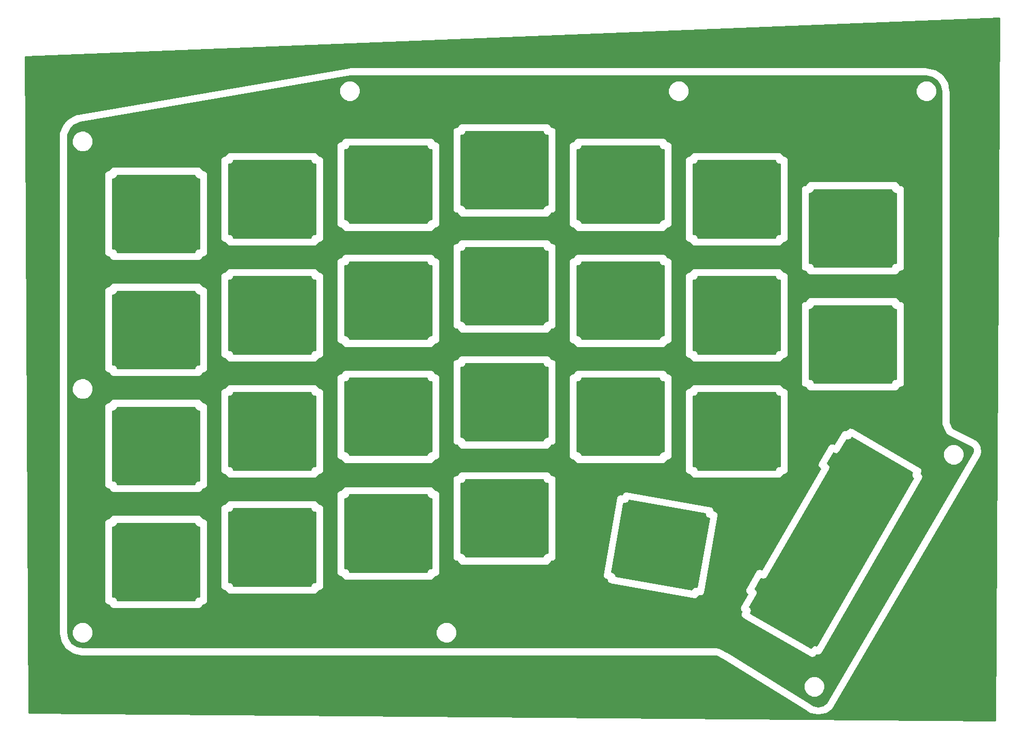
<source format=gbr>
G04 #@! TF.FileFunction,Copper,L1,Top,Signal*
%FSLAX46Y46*%
G04 Gerber Fmt 4.6, Leading zero omitted, Abs format (unit mm)*
G04 Created by KiCad (PCBNEW 4.0.7) date 07/21/18 09:19:22*
%MOMM*%
%LPD*%
G01*
G04 APERTURE LIST*
%ADD10C,0.100000*%
%ADD11C,0.254000*%
G04 APERTURE END LIST*
D10*
D11*
G36*
X222123702Y-147191985D02*
X63626261Y-145924006D01*
X63066709Y-50800000D01*
X68505000Y-50800000D01*
X68505000Y-132715000D01*
X68518642Y-132783584D01*
X68518642Y-132853514D01*
X68760324Y-134068534D01*
X68841168Y-134263707D01*
X68866339Y-134324475D01*
X69554593Y-135354519D01*
X69750481Y-135550407D01*
X70780525Y-136238661D01*
X70855489Y-136269712D01*
X71036466Y-136344676D01*
X72251487Y-136586358D01*
X72321416Y-136586358D01*
X72390000Y-136600000D01*
X176362392Y-136600000D01*
X177453672Y-137145640D01*
X190750805Y-145377199D01*
X191614566Y-145954345D01*
X191870507Y-146060359D01*
X192901485Y-146265434D01*
X193178514Y-146265434D01*
X194209493Y-146060360D01*
X194465434Y-145954345D01*
X195339455Y-145370343D01*
X195354730Y-145355068D01*
X195374154Y-145345620D01*
X195452180Y-145257618D01*
X195535343Y-145174455D01*
X195543609Y-145154500D01*
X195557941Y-145138335D01*
X219687941Y-103863334D01*
X219718265Y-103775572D01*
X219759786Y-103692530D01*
X219906117Y-103158186D01*
X219911969Y-103075845D01*
X219925756Y-102881854D01*
X219856463Y-102332185D01*
X219788136Y-102127207D01*
X219768859Y-102069374D01*
X219494492Y-101588063D01*
X219370549Y-101445157D01*
X219312982Y-101378781D01*
X218875312Y-101039105D01*
X218812764Y-101007831D01*
X218757521Y-100964957D01*
X216217522Y-99694957D01*
X215159203Y-99165797D01*
X214705000Y-98257392D01*
X214705000Y-43815000D01*
X214691358Y-43746416D01*
X214691358Y-43676487D01*
X214449676Y-42461466D01*
X214343661Y-42205526D01*
X214343661Y-42205525D01*
X213655407Y-41175481D01*
X213459519Y-40979593D01*
X212429475Y-40291339D01*
X212173534Y-40185324D01*
X210958514Y-39943642D01*
X210888584Y-39943642D01*
X210820000Y-39930000D01*
X116205000Y-39930000D01*
X116145590Y-39941818D01*
X116085035Y-39940208D01*
X71635036Y-47560208D01*
X71537854Y-47597469D01*
X71437478Y-47624957D01*
X70167478Y-48259957D01*
X70077578Y-48329729D01*
X69982954Y-48392954D01*
X69347954Y-49027954D01*
X69284729Y-49122578D01*
X69214957Y-49212478D01*
X68579957Y-50482478D01*
X68573219Y-50507084D01*
X68559046Y-50528295D01*
X68536844Y-50639913D01*
X68506787Y-50749669D01*
X68509977Y-50774977D01*
X68505000Y-50800000D01*
X63066709Y-50800000D01*
X62992720Y-38222032D01*
X222757272Y-31882168D01*
X222123702Y-147191985D01*
X222123702Y-147191985D01*
G37*
X222123702Y-147191985D02*
X63626261Y-145924006D01*
X63066709Y-50800000D01*
X68505000Y-50800000D01*
X68505000Y-132715000D01*
X68518642Y-132783584D01*
X68518642Y-132853514D01*
X68760324Y-134068534D01*
X68841168Y-134263707D01*
X68866339Y-134324475D01*
X69554593Y-135354519D01*
X69750481Y-135550407D01*
X70780525Y-136238661D01*
X70855489Y-136269712D01*
X71036466Y-136344676D01*
X72251487Y-136586358D01*
X72321416Y-136586358D01*
X72390000Y-136600000D01*
X176362392Y-136600000D01*
X177453672Y-137145640D01*
X190750805Y-145377199D01*
X191614566Y-145954345D01*
X191870507Y-146060359D01*
X192901485Y-146265434D01*
X193178514Y-146265434D01*
X194209493Y-146060360D01*
X194465434Y-145954345D01*
X195339455Y-145370343D01*
X195354730Y-145355068D01*
X195374154Y-145345620D01*
X195452180Y-145257618D01*
X195535343Y-145174455D01*
X195543609Y-145154500D01*
X195557941Y-145138335D01*
X219687941Y-103863334D01*
X219718265Y-103775572D01*
X219759786Y-103692530D01*
X219906117Y-103158186D01*
X219911969Y-103075845D01*
X219925756Y-102881854D01*
X219856463Y-102332185D01*
X219788136Y-102127207D01*
X219768859Y-102069374D01*
X219494492Y-101588063D01*
X219370549Y-101445157D01*
X219312982Y-101378781D01*
X218875312Y-101039105D01*
X218812764Y-101007831D01*
X218757521Y-100964957D01*
X216217522Y-99694957D01*
X215159203Y-99165797D01*
X214705000Y-98257392D01*
X214705000Y-43815000D01*
X214691358Y-43746416D01*
X214691358Y-43676487D01*
X214449676Y-42461466D01*
X214343661Y-42205526D01*
X214343661Y-42205525D01*
X213655407Y-41175481D01*
X213459519Y-40979593D01*
X212429475Y-40291339D01*
X212173534Y-40185324D01*
X210958514Y-39943642D01*
X210888584Y-39943642D01*
X210820000Y-39930000D01*
X116205000Y-39930000D01*
X116145590Y-39941818D01*
X116085035Y-39940208D01*
X71635036Y-47560208D01*
X71537854Y-47597469D01*
X71437478Y-47624957D01*
X70167478Y-48259957D01*
X70077578Y-48329729D01*
X69982954Y-48392954D01*
X69347954Y-49027954D01*
X69284729Y-49122578D01*
X69214957Y-49212478D01*
X68579957Y-50482478D01*
X68573219Y-50507084D01*
X68559046Y-50528295D01*
X68536844Y-50639913D01*
X68506787Y-50749669D01*
X68509977Y-50774977D01*
X68505000Y-50800000D01*
X63066709Y-50800000D01*
X62992720Y-38222032D01*
X222757272Y-31882168D01*
X222123702Y-147191985D01*
G36*
X211757993Y-41550488D02*
X212553183Y-42081817D01*
X213084512Y-42877007D01*
X213285000Y-43884931D01*
X213285000Y-98425000D01*
X213289977Y-98450023D01*
X213286787Y-98475331D01*
X213316844Y-98585087D01*
X213339046Y-98696705D01*
X213353219Y-98717916D01*
X213359957Y-98742522D01*
X213994957Y-100012522D01*
X214049540Y-100082852D01*
X214093628Y-100160193D01*
X214133704Y-100191296D01*
X214164807Y-100231372D01*
X214242148Y-100275460D01*
X214312478Y-100330043D01*
X218059932Y-102203770D01*
X218330790Y-102413983D01*
X218465277Y-102649906D01*
X218499242Y-102919339D01*
X218414897Y-103227337D01*
X194414585Y-144280503D01*
X193793950Y-144695197D01*
X193040002Y-144845167D01*
X192286050Y-144695197D01*
X191529455Y-144189657D01*
X191517877Y-144184861D01*
X191508712Y-144176312D01*
X186889166Y-141316593D01*
X190659677Y-141316593D01*
X190669975Y-141632507D01*
X190669699Y-141948599D01*
X190681184Y-141976395D01*
X190682164Y-142006453D01*
X190902901Y-142539359D01*
X190915954Y-142544581D01*
X190933281Y-142586515D01*
X191420918Y-143075004D01*
X191465149Y-143093370D01*
X191470641Y-143107099D01*
X191766448Y-143218481D01*
X192058373Y-143339699D01*
X192088448Y-143339725D01*
X192116593Y-143350323D01*
X192432507Y-143340025D01*
X192748599Y-143340301D01*
X192776395Y-143328816D01*
X192806453Y-143327836D01*
X193339359Y-143107099D01*
X193344581Y-143094046D01*
X193386515Y-143076719D01*
X193875004Y-142589082D01*
X193893370Y-142544851D01*
X193907099Y-142539359D01*
X194018481Y-142243552D01*
X194139699Y-141951627D01*
X194139725Y-141921552D01*
X194150323Y-141893407D01*
X194140025Y-141577493D01*
X194140301Y-141261401D01*
X194128816Y-141233605D01*
X194127836Y-141203547D01*
X193907099Y-140670641D01*
X193894046Y-140665419D01*
X193876719Y-140623485D01*
X193389082Y-140134996D01*
X193344851Y-140116630D01*
X193339359Y-140102901D01*
X193043552Y-139991519D01*
X192751627Y-139870301D01*
X192721552Y-139870275D01*
X192693407Y-139859677D01*
X192377493Y-139869975D01*
X192061401Y-139869699D01*
X192033605Y-139881184D01*
X192003547Y-139882164D01*
X191470641Y-140102901D01*
X191465419Y-140115954D01*
X191423485Y-140133281D01*
X190934996Y-140620918D01*
X190916630Y-140665149D01*
X190902901Y-140670641D01*
X190791519Y-140966448D01*
X190670301Y-141258373D01*
X190670275Y-141288448D01*
X190659677Y-141316593D01*
X186889166Y-141316593D01*
X178173712Y-135921312D01*
X178143231Y-135909910D01*
X178117522Y-135889957D01*
X176847522Y-135254957D01*
X176822916Y-135248219D01*
X176801705Y-135234046D01*
X176690087Y-135211844D01*
X176580331Y-135181787D01*
X176555023Y-135184977D01*
X176530000Y-135180000D01*
X72459931Y-135180000D01*
X71452007Y-134979512D01*
X70656817Y-134448183D01*
X70125488Y-133652993D01*
X69925000Y-132645069D01*
X69925000Y-132426593D01*
X70644677Y-132426593D01*
X70654975Y-132742507D01*
X70654699Y-133058599D01*
X70666184Y-133086395D01*
X70667164Y-133116453D01*
X70887901Y-133649359D01*
X70900954Y-133654581D01*
X70918281Y-133696515D01*
X71405918Y-134185004D01*
X71450149Y-134203370D01*
X71455641Y-134217099D01*
X71751448Y-134328481D01*
X72043373Y-134449699D01*
X72073448Y-134449725D01*
X72101593Y-134460323D01*
X72417507Y-134450025D01*
X72733599Y-134450301D01*
X72761395Y-134438816D01*
X72791453Y-134437836D01*
X73324359Y-134217099D01*
X73329581Y-134204046D01*
X73371515Y-134186719D01*
X73860004Y-133699082D01*
X73878370Y-133654851D01*
X73892099Y-133649359D01*
X74003481Y-133353552D01*
X74124699Y-133061627D01*
X74124725Y-133031552D01*
X74135323Y-133003407D01*
X74125025Y-132687493D01*
X74125252Y-132426593D01*
X130334677Y-132426593D01*
X130344975Y-132742507D01*
X130344699Y-133058599D01*
X130356184Y-133086395D01*
X130357164Y-133116453D01*
X130577901Y-133649359D01*
X130590954Y-133654581D01*
X130608281Y-133696515D01*
X131095918Y-134185004D01*
X131140149Y-134203370D01*
X131145641Y-134217099D01*
X131441448Y-134328481D01*
X131733373Y-134449699D01*
X131763448Y-134449725D01*
X131791593Y-134460323D01*
X132107507Y-134450025D01*
X132423599Y-134450301D01*
X132451395Y-134438816D01*
X132481453Y-134437836D01*
X133014359Y-134217099D01*
X133019581Y-134204046D01*
X133061515Y-134186719D01*
X133550004Y-133699082D01*
X133568370Y-133654851D01*
X133582099Y-133649359D01*
X133693481Y-133353552D01*
X133814699Y-133061627D01*
X133814725Y-133031552D01*
X133825323Y-133003407D01*
X133815025Y-132687493D01*
X133815301Y-132371401D01*
X133803816Y-132343605D01*
X133802836Y-132313547D01*
X133582099Y-131780641D01*
X133569046Y-131775419D01*
X133551719Y-131733485D01*
X133064082Y-131244996D01*
X133019851Y-131226630D01*
X133014359Y-131212901D01*
X132718552Y-131101519D01*
X132426627Y-130980301D01*
X132396552Y-130980275D01*
X132368407Y-130969677D01*
X132052493Y-130979975D01*
X131736401Y-130979699D01*
X131708605Y-130991184D01*
X131678547Y-130992164D01*
X131145641Y-131212901D01*
X131140419Y-131225954D01*
X131098485Y-131243281D01*
X130609996Y-131730918D01*
X130591630Y-131775149D01*
X130577901Y-131780641D01*
X130466519Y-132076448D01*
X130345301Y-132368373D01*
X130345275Y-132398448D01*
X130334677Y-132426593D01*
X74125252Y-132426593D01*
X74125301Y-132371401D01*
X74113816Y-132343605D01*
X74112836Y-132313547D01*
X73892099Y-131780641D01*
X73879046Y-131775419D01*
X73861719Y-131733485D01*
X73374082Y-131244996D01*
X73329851Y-131226630D01*
X73324359Y-131212901D01*
X73028552Y-131101519D01*
X72736627Y-130980301D01*
X72706552Y-130980275D01*
X72678407Y-130969677D01*
X72362493Y-130979975D01*
X72046401Y-130979699D01*
X72018605Y-130991184D01*
X71988547Y-130992164D01*
X71455641Y-131212901D01*
X71450419Y-131225954D01*
X71408485Y-131243281D01*
X70919996Y-131730918D01*
X70901630Y-131775149D01*
X70887901Y-131780641D01*
X70776519Y-132076448D01*
X70655301Y-132368373D01*
X70655275Y-132398448D01*
X70644677Y-132426593D01*
X69925000Y-132426593D01*
X69925000Y-114693580D01*
X75952670Y-114693580D01*
X75952670Y-127492880D01*
X76004813Y-127755018D01*
X76153302Y-127977248D01*
X76375532Y-128125737D01*
X76637670Y-128177880D01*
X76768679Y-128177880D01*
X76804073Y-128355818D01*
X76952562Y-128578048D01*
X77174792Y-128726537D01*
X77436930Y-128778680D01*
X91436480Y-128778680D01*
X91698618Y-128726537D01*
X91763524Y-128683168D01*
X180229497Y-128683168D01*
X180238206Y-128816421D01*
X180246768Y-128949269D01*
X180246908Y-128949554D01*
X180246929Y-128949873D01*
X180306008Y-129069726D01*
X180364719Y-129189108D01*
X180364958Y-129189318D01*
X180365099Y-129189604D01*
X180465409Y-129277605D01*
X180500354Y-129308319D01*
X180434611Y-129422021D01*
X180434536Y-129422240D01*
X180434385Y-129422413D01*
X180391680Y-129548228D01*
X180348538Y-129675056D01*
X180348553Y-129675287D01*
X180348479Y-129675505D01*
X180357197Y-129808480D01*
X180365848Y-129941769D01*
X180365950Y-129941976D01*
X180365965Y-129942206D01*
X180424749Y-130061400D01*
X180483907Y-130181554D01*
X180484082Y-130181707D01*
X180484183Y-130181913D01*
X180583982Y-130269431D01*
X180684741Y-130357909D01*
X180684960Y-130357984D01*
X180685133Y-130358135D01*
X191770133Y-136757735D01*
X191895740Y-136800369D01*
X192021440Y-136843404D01*
X192022357Y-136843346D01*
X192023225Y-136843641D01*
X192155592Y-136834962D01*
X192288186Y-136826619D01*
X192289011Y-136826215D01*
X192289926Y-136826155D01*
X192409091Y-136767386D01*
X192528203Y-136709032D01*
X192528809Y-136708345D01*
X192529634Y-136707938D01*
X192617274Y-136607999D01*
X192704953Y-136508545D01*
X192771441Y-136394074D01*
X192942977Y-136452300D01*
X192943562Y-136452262D01*
X192943823Y-136452350D01*
X193060982Y-136444564D01*
X193209678Y-136434817D01*
X193209992Y-136434662D01*
X193210508Y-136434628D01*
X193409881Y-136336085D01*
X193449387Y-136316602D01*
X193449455Y-136316525D01*
X193450112Y-136316200D01*
X193626156Y-136115094D01*
X193626470Y-136114166D01*
X210150851Y-107492394D01*
X210193491Y-107366774D01*
X210236662Y-107240051D01*
X210236637Y-107239665D01*
X210236760Y-107239303D01*
X210228072Y-107106772D01*
X210219472Y-106973331D01*
X210219302Y-106972986D01*
X210219277Y-106972602D01*
X210160512Y-106853442D01*
X210101522Y-106733492D01*
X210101231Y-106733237D01*
X210101062Y-106732893D01*
X210000903Y-106645057D01*
X209965332Y-106613794D01*
X210031000Y-106499936D01*
X210073681Y-106374018D01*
X210116762Y-106247095D01*
X210116752Y-106246946D01*
X210116799Y-106246808D01*
X210108064Y-106114437D01*
X210099275Y-105980395D01*
X210099210Y-105980263D01*
X210099200Y-105980115D01*
X210040266Y-105860743D01*
X209981058Y-105740687D01*
X209980946Y-105740589D01*
X209980881Y-105740457D01*
X209881173Y-105653094D01*
X209780107Y-105564465D01*
X205713266Y-103216593D01*
X213519677Y-103216593D01*
X213529975Y-103532507D01*
X213529699Y-103848599D01*
X213541184Y-103876395D01*
X213542164Y-103906453D01*
X213762901Y-104439359D01*
X213775954Y-104444581D01*
X213793281Y-104486515D01*
X214280918Y-104975004D01*
X214325149Y-104993370D01*
X214330641Y-105007099D01*
X214626448Y-105118481D01*
X214918373Y-105239699D01*
X214948448Y-105239725D01*
X214976593Y-105250323D01*
X215292507Y-105240025D01*
X215608599Y-105240301D01*
X215636395Y-105228816D01*
X215666453Y-105227836D01*
X216199359Y-105007099D01*
X216204581Y-104994046D01*
X216246515Y-104976719D01*
X216735004Y-104489082D01*
X216753370Y-104444851D01*
X216767099Y-104439359D01*
X216878481Y-104143552D01*
X216999699Y-103851627D01*
X216999725Y-103821552D01*
X217010323Y-103793407D01*
X217000025Y-103477493D01*
X217000301Y-103161401D01*
X216988816Y-103133605D01*
X216987836Y-103103547D01*
X216767099Y-102570641D01*
X216754046Y-102565419D01*
X216736719Y-102523485D01*
X216249082Y-102034996D01*
X216204851Y-102016630D01*
X216199359Y-102002901D01*
X215903552Y-101891519D01*
X215611627Y-101770301D01*
X215581552Y-101770275D01*
X215553407Y-101759677D01*
X215237493Y-101769975D01*
X214921401Y-101769699D01*
X214893605Y-101781184D01*
X214863547Y-101782164D01*
X214330641Y-102002901D01*
X214325419Y-102015954D01*
X214283485Y-102033281D01*
X213794996Y-102520918D01*
X213776630Y-102565149D01*
X213762901Y-102570641D01*
X213651519Y-102866448D01*
X213530301Y-103158373D01*
X213530275Y-103188448D01*
X213519677Y-103216593D01*
X205713266Y-103216593D01*
X198695107Y-99164865D01*
X198694966Y-99164817D01*
X198694855Y-99164720D01*
X198568599Y-99121925D01*
X198442015Y-99078959D01*
X198441868Y-99078969D01*
X198441727Y-99078921D01*
X198308098Y-99087739D01*
X198175314Y-99096445D01*
X198175182Y-99096510D01*
X198175034Y-99096520D01*
X198055192Y-99155686D01*
X197935607Y-99214663D01*
X197935510Y-99214774D01*
X197935376Y-99214840D01*
X197847429Y-99315214D01*
X197759385Y-99415613D01*
X197759337Y-99415754D01*
X197759240Y-99415865D01*
X197693738Y-99529435D01*
X197649440Y-99514471D01*
X197522640Y-99471509D01*
X197522324Y-99471530D01*
X197522028Y-99471430D01*
X197389316Y-99480325D01*
X197255949Y-99489143D01*
X197255668Y-99489282D01*
X197255353Y-99489303D01*
X197135436Y-99548660D01*
X197016307Y-99607493D01*
X197016101Y-99607729D01*
X197015817Y-99607869D01*
X196927854Y-99708471D01*
X196840196Y-99808541D01*
X195714134Y-101761529D01*
X195652026Y-101727111D01*
X195530224Y-101688136D01*
X195409208Y-101647096D01*
X195403203Y-101647491D01*
X195397467Y-101645656D01*
X195270043Y-101656257D01*
X195142512Y-101664652D01*
X195137114Y-101667316D01*
X195131114Y-101667815D01*
X195017475Y-101726358D01*
X194902836Y-101782933D01*
X194898867Y-101787461D01*
X194893516Y-101790218D01*
X194810939Y-101887781D01*
X194726667Y-101983930D01*
X193077676Y-104841958D01*
X193035010Y-104967768D01*
X192992098Y-105093111D01*
X192992161Y-105094116D01*
X192991837Y-105095072D01*
X193000556Y-105227511D01*
X193008884Y-105359857D01*
X193009328Y-105360763D01*
X193009394Y-105361769D01*
X193068079Y-105480684D01*
X193126472Y-105599874D01*
X193127229Y-105600541D01*
X193127675Y-105601445D01*
X193227419Y-105688868D01*
X193326959Y-105776622D01*
X193382562Y-105808918D01*
X183811492Y-122372226D01*
X183765052Y-122345251D01*
X183764332Y-122345005D01*
X183763762Y-122344504D01*
X183638200Y-122301820D01*
X183512188Y-122258677D01*
X183511427Y-122258725D01*
X183510710Y-122258481D01*
X183378353Y-122267097D01*
X183245442Y-122275459D01*
X183244759Y-122275794D01*
X183244001Y-122275843D01*
X183124865Y-122334529D01*
X183005423Y-122393043D01*
X183004920Y-122393614D01*
X183004239Y-122393949D01*
X182916655Y-122493731D01*
X182828671Y-122593528D01*
X182828425Y-122594248D01*
X182827924Y-122594818D01*
X181176924Y-125451517D01*
X181176556Y-125452600D01*
X181175804Y-125453462D01*
X181133572Y-125579044D01*
X181090900Y-125704568D01*
X181090974Y-125705710D01*
X181090610Y-125706794D01*
X181099654Y-125839043D01*
X181108263Y-125971278D01*
X181108768Y-125972303D01*
X181108846Y-125973444D01*
X181167822Y-126092186D01*
X181226369Y-126211040D01*
X181227228Y-126211794D01*
X181227737Y-126212819D01*
X181327680Y-126299967D01*
X181427238Y-126387355D01*
X181428321Y-126387723D01*
X181429183Y-126388475D01*
X181478374Y-126416690D01*
X180315454Y-128430094D01*
X180272505Y-128556544D01*
X180229579Y-128682549D01*
X180229599Y-128682866D01*
X180229497Y-128683168D01*
X91763524Y-128683168D01*
X91920848Y-128578048D01*
X92069337Y-128355818D01*
X92104731Y-128177880D01*
X92237080Y-128177880D01*
X92499218Y-128125737D01*
X92721448Y-127977248D01*
X92869937Y-127755018D01*
X92922080Y-127492880D01*
X92922080Y-114693580D01*
X92869937Y-114431442D01*
X92721448Y-114209212D01*
X92499218Y-114060723D01*
X92237080Y-114008580D01*
X92104453Y-114008580D01*
X92069337Y-113832042D01*
X91920848Y-113609812D01*
X91698618Y-113461323D01*
X91436480Y-113409180D01*
X77436930Y-113409180D01*
X77174792Y-113461323D01*
X76952562Y-113609812D01*
X76804073Y-113832042D01*
X76768957Y-114008580D01*
X76637670Y-114008580D01*
X76375532Y-114060723D01*
X76153302Y-114209212D01*
X76004813Y-114431442D01*
X75952670Y-114693580D01*
X69925000Y-114693580D01*
X69925000Y-112312380D01*
X95002680Y-112312380D01*
X95002680Y-125112980D01*
X95054823Y-125375118D01*
X95203312Y-125597348D01*
X95425542Y-125745837D01*
X95687680Y-125797980D01*
X95818987Y-125797980D01*
X95854123Y-125974618D01*
X96002612Y-126196848D01*
X96224842Y-126345337D01*
X96486980Y-126397480D01*
X110486280Y-126397480D01*
X110748418Y-126345337D01*
X110970648Y-126196848D01*
X111119137Y-125974618D01*
X111154273Y-125797980D01*
X111287080Y-125797980D01*
X111549218Y-125745837D01*
X111771448Y-125597348D01*
X111919937Y-125375118D01*
X111972080Y-125112980D01*
X111972080Y-112312380D01*
X111919937Y-112050242D01*
X111771448Y-111828012D01*
X111549218Y-111679523D01*
X111287080Y-111627380D01*
X111154253Y-111627380D01*
X111119137Y-111450842D01*
X110970648Y-111228612D01*
X110748418Y-111080123D01*
X110486280Y-111027980D01*
X96486980Y-111027980D01*
X96224842Y-111080123D01*
X96002612Y-111228612D01*
X95854123Y-111450842D01*
X95819007Y-111627380D01*
X95687680Y-111627380D01*
X95425542Y-111679523D01*
X95203312Y-111828012D01*
X95054823Y-112050242D01*
X95002680Y-112312380D01*
X69925000Y-112312380D01*
X69925000Y-110027580D01*
X114052580Y-110027580D01*
X114052580Y-122826780D01*
X114104723Y-123088918D01*
X114253212Y-123311148D01*
X114475442Y-123459637D01*
X114737580Y-123511780D01*
X114868987Y-123511780D01*
X114904123Y-123688418D01*
X115052612Y-123910648D01*
X115274842Y-124059137D01*
X115536980Y-124111280D01*
X129536280Y-124111280D01*
X129798418Y-124059137D01*
X130020648Y-123910648D01*
X130169137Y-123688418D01*
X130204273Y-123511780D01*
X130337080Y-123511780D01*
X130599218Y-123459637D01*
X130821448Y-123311148D01*
X130901429Y-123191447D01*
X157717901Y-123191447D01*
X157720899Y-123329622D01*
X157723684Y-123458590D01*
X157723698Y-123458622D01*
X157723699Y-123458658D01*
X157777447Y-123580851D01*
X157831272Y-123703253D01*
X157831298Y-123703278D01*
X157831312Y-123703310D01*
X157928317Y-123796195D01*
X158024299Y-123888119D01*
X158024332Y-123888132D01*
X158024358Y-123888157D01*
X158154032Y-123938603D01*
X158273378Y-123985046D01*
X158273443Y-123985058D01*
X158273447Y-123985059D01*
X158273451Y-123985059D01*
X158404796Y-124008249D01*
X158405917Y-124056232D01*
X158408820Y-124189153D01*
X158409036Y-124189643D01*
X158409048Y-124190177D01*
X158462767Y-124311752D01*
X158516468Y-124433790D01*
X158516855Y-124434161D01*
X158517071Y-124434649D01*
X158613177Y-124526365D01*
X158709540Y-124618609D01*
X158710040Y-124618803D01*
X158710426Y-124619172D01*
X158834594Y-124667237D01*
X158958643Y-124715475D01*
X172745843Y-127146275D01*
X172746310Y-127146265D01*
X172746747Y-127146434D01*
X172879709Y-127143352D01*
X173013053Y-127140440D01*
X173013483Y-127140251D01*
X173013948Y-127140240D01*
X173135484Y-127086566D01*
X173257689Y-127032792D01*
X173258012Y-127032454D01*
X173258441Y-127032265D01*
X173350648Y-126935682D01*
X173442509Y-126839720D01*
X173442678Y-126839285D01*
X173443002Y-126838946D01*
X173491205Y-126714493D01*
X173507917Y-126671516D01*
X173637135Y-126694339D01*
X173637225Y-126694337D01*
X173637310Y-126694370D01*
X173771955Y-126691436D01*
X173904346Y-126688585D01*
X173904428Y-126688549D01*
X173904521Y-126688547D01*
X174029360Y-126633621D01*
X174149016Y-126581013D01*
X174149078Y-126580948D01*
X174149163Y-126580911D01*
X174242163Y-126483768D01*
X174333896Y-126387998D01*
X174333929Y-126387912D01*
X174333991Y-126387848D01*
X174381852Y-126264786D01*
X174430839Y-126138926D01*
X174430837Y-126138835D01*
X174430870Y-126138750D01*
X176653870Y-113533749D01*
X176653870Y-113533730D01*
X176653877Y-113533711D01*
X176651020Y-113402977D01*
X176648047Y-113266539D01*
X176648038Y-113266519D01*
X176648038Y-113266501D01*
X176594908Y-113145762D01*
X176540411Y-113021897D01*
X176540397Y-113021884D01*
X176540389Y-113021865D01*
X176442302Y-112927972D01*
X176347348Y-112837068D01*
X176347329Y-112837061D01*
X176347315Y-112837047D01*
X176229962Y-112791415D01*
X176098250Y-112740190D01*
X176098228Y-112740190D01*
X176098211Y-112740184D01*
X175967992Y-112717226D01*
X175966961Y-112669994D01*
X175964225Y-112537048D01*
X175964051Y-112536650D01*
X175964041Y-112536212D01*
X175910215Y-112413886D01*
X175856885Y-112292276D01*
X175856571Y-112291974D01*
X175856395Y-112291575D01*
X175760301Y-112199587D01*
X175664046Y-112107214D01*
X175663638Y-112107055D01*
X175663324Y-112106754D01*
X175539412Y-112058568D01*
X175415065Y-112010034D01*
X175414628Y-112010043D01*
X175414222Y-112009885D01*
X161627747Y-109579096D01*
X161627744Y-109579095D01*
X161627741Y-109579095D01*
X161627122Y-109578986D01*
X161494123Y-109581889D01*
X161360528Y-109584683D01*
X161360234Y-109584812D01*
X161359912Y-109584819D01*
X161237912Y-109638502D01*
X161115792Y-109692103D01*
X161115569Y-109692336D01*
X161115275Y-109692465D01*
X161023238Y-109788610D01*
X160930793Y-109885004D01*
X160930676Y-109885304D01*
X160930454Y-109885536D01*
X160882382Y-110009155D01*
X160864947Y-110053869D01*
X160736031Y-110031058D01*
X160735868Y-110031061D01*
X160735713Y-110031001D01*
X160601629Y-110033910D01*
X160468818Y-110036729D01*
X160468667Y-110036795D01*
X160468502Y-110036799D01*
X160345968Y-110090697D01*
X160224115Y-110144227D01*
X160224002Y-110144345D01*
X160223850Y-110144412D01*
X160130898Y-110241487D01*
X160039177Y-110337186D01*
X160039118Y-110337338D01*
X160039003Y-110337458D01*
X159990497Y-110462145D01*
X159942158Y-110586229D01*
X159942162Y-110586394D01*
X159942102Y-110586547D01*
X157717901Y-123191447D01*
X130901429Y-123191447D01*
X130969937Y-123088918D01*
X131022080Y-122826780D01*
X131022080Y-110027580D01*
X130969937Y-109765442D01*
X130821448Y-109543212D01*
X130599218Y-109394723D01*
X130337080Y-109342580D01*
X130204531Y-109342580D01*
X130169137Y-109164642D01*
X130020648Y-108942412D01*
X129798418Y-108793923D01*
X129536280Y-108741780D01*
X115536980Y-108741780D01*
X115274842Y-108793923D01*
X115052612Y-108942412D01*
X114904123Y-109164642D01*
X114868729Y-109342580D01*
X114737580Y-109342580D01*
X114475442Y-109394723D01*
X114253212Y-109543212D01*
X114104723Y-109765442D01*
X114052580Y-110027580D01*
X69925000Y-110027580D01*
X69925000Y-95643480D01*
X75952670Y-95643480D01*
X75952670Y-108442880D01*
X76004813Y-108705018D01*
X76153302Y-108927248D01*
X76375532Y-109075737D01*
X76637670Y-109127880D01*
X76768679Y-109127880D01*
X76804073Y-109305818D01*
X76952562Y-109528048D01*
X77174792Y-109676537D01*
X77436930Y-109728680D01*
X91436480Y-109728680D01*
X91698618Y-109676537D01*
X91920848Y-109528048D01*
X92069337Y-109305818D01*
X92104731Y-109127880D01*
X92237080Y-109127880D01*
X92499218Y-109075737D01*
X92721448Y-108927248D01*
X92869937Y-108705018D01*
X92922080Y-108442880D01*
X92922080Y-107549880D01*
X133102580Y-107549880D01*
X133102580Y-120350480D01*
X133154723Y-120612618D01*
X133303212Y-120834848D01*
X133525442Y-120983337D01*
X133787580Y-121035480D01*
X133918987Y-121035480D01*
X133954123Y-121212118D01*
X134102612Y-121434348D01*
X134324842Y-121582837D01*
X134586980Y-121634980D01*
X148586280Y-121634980D01*
X148848418Y-121582837D01*
X149070648Y-121434348D01*
X149219137Y-121212118D01*
X149254273Y-121035480D01*
X149387080Y-121035480D01*
X149649218Y-120983337D01*
X149871448Y-120834848D01*
X150019937Y-120612618D01*
X150072080Y-120350480D01*
X150072080Y-107549880D01*
X150019937Y-107287742D01*
X149871448Y-107065512D01*
X149649218Y-106917023D01*
X149387080Y-106864880D01*
X149254253Y-106864880D01*
X149219137Y-106688342D01*
X149070648Y-106466112D01*
X148848418Y-106317623D01*
X148586280Y-106265480D01*
X134586980Y-106265480D01*
X134324842Y-106317623D01*
X134102612Y-106466112D01*
X133954123Y-106688342D01*
X133919007Y-106864880D01*
X133787580Y-106864880D01*
X133525442Y-106917023D01*
X133303212Y-107065512D01*
X133154723Y-107287742D01*
X133102580Y-107549880D01*
X92922080Y-107549880D01*
X92922080Y-95643480D01*
X92869937Y-95381342D01*
X92721448Y-95159112D01*
X92499218Y-95010623D01*
X92237080Y-94958480D01*
X92104433Y-94958480D01*
X92069337Y-94782042D01*
X91920848Y-94559812D01*
X91698618Y-94411323D01*
X91436480Y-94359180D01*
X77436930Y-94359180D01*
X77174792Y-94411323D01*
X76952562Y-94559812D01*
X76804073Y-94782042D01*
X76768977Y-94958480D01*
X76637670Y-94958480D01*
X76375532Y-95010623D01*
X76153302Y-95159112D01*
X76004813Y-95381342D01*
X75952670Y-95643480D01*
X69925000Y-95643480D01*
X69925000Y-92421593D01*
X70644677Y-92421593D01*
X70654975Y-92737507D01*
X70654699Y-93053599D01*
X70666184Y-93081395D01*
X70667164Y-93111453D01*
X70887901Y-93644359D01*
X70900954Y-93649581D01*
X70918281Y-93691515D01*
X71405918Y-94180004D01*
X71450149Y-94198370D01*
X71455641Y-94212099D01*
X71751448Y-94323481D01*
X72043373Y-94444699D01*
X72073448Y-94444725D01*
X72101593Y-94455323D01*
X72417507Y-94445025D01*
X72733599Y-94445301D01*
X72761395Y-94433816D01*
X72791453Y-94432836D01*
X73324359Y-94212099D01*
X73329581Y-94199046D01*
X73371515Y-94181719D01*
X73860004Y-93694082D01*
X73878370Y-93649851D01*
X73892099Y-93644359D01*
X74003481Y-93348552D01*
X74039304Y-93262280D01*
X95002680Y-93262280D01*
X95002680Y-106062980D01*
X95054823Y-106325118D01*
X95203312Y-106547348D01*
X95425542Y-106695837D01*
X95687680Y-106747980D01*
X95818987Y-106747980D01*
X95854123Y-106924618D01*
X96002612Y-107146848D01*
X96224842Y-107295337D01*
X96486980Y-107347480D01*
X110486280Y-107347480D01*
X110748418Y-107295337D01*
X110970648Y-107146848D01*
X111119137Y-106924618D01*
X111154273Y-106747980D01*
X111287080Y-106747980D01*
X111549218Y-106695837D01*
X111771448Y-106547348D01*
X111919937Y-106325118D01*
X111972080Y-106062980D01*
X111972080Y-93262280D01*
X111919937Y-93000142D01*
X111771448Y-92777912D01*
X111549218Y-92629423D01*
X111287080Y-92577280D01*
X111154253Y-92577280D01*
X111119137Y-92400742D01*
X110970648Y-92178512D01*
X110748418Y-92030023D01*
X110486280Y-91977880D01*
X96486980Y-91977880D01*
X96224842Y-92030023D01*
X96002612Y-92178512D01*
X95854123Y-92400742D01*
X95819007Y-92577280D01*
X95687680Y-92577280D01*
X95425542Y-92629423D01*
X95203312Y-92777912D01*
X95054823Y-93000142D01*
X95002680Y-93262280D01*
X74039304Y-93262280D01*
X74124699Y-93056627D01*
X74124725Y-93026552D01*
X74135323Y-92998407D01*
X74125025Y-92682493D01*
X74125301Y-92366401D01*
X74113816Y-92338605D01*
X74112836Y-92308547D01*
X73892099Y-91775641D01*
X73879046Y-91770419D01*
X73861719Y-91728485D01*
X73374082Y-91239996D01*
X73329851Y-91221630D01*
X73324359Y-91207901D01*
X73028552Y-91096519D01*
X72736627Y-90975301D01*
X72706552Y-90975275D01*
X72678407Y-90964677D01*
X72362493Y-90974975D01*
X72046401Y-90974699D01*
X72018605Y-90986184D01*
X71988547Y-90987164D01*
X71455641Y-91207901D01*
X71450419Y-91220954D01*
X71408485Y-91238281D01*
X70919996Y-91725918D01*
X70901630Y-91770149D01*
X70887901Y-91775641D01*
X70776519Y-92071448D01*
X70655301Y-92363373D01*
X70655275Y-92393448D01*
X70644677Y-92421593D01*
X69925000Y-92421593D01*
X69925000Y-90880980D01*
X114052580Y-90880980D01*
X114052580Y-103681580D01*
X114104723Y-103943718D01*
X114253212Y-104165948D01*
X114475442Y-104314437D01*
X114737580Y-104366580D01*
X114868967Y-104366580D01*
X114904123Y-104543318D01*
X115052612Y-104765548D01*
X115274842Y-104914037D01*
X115536980Y-104966180D01*
X129536280Y-104966180D01*
X129798418Y-104914037D01*
X130020648Y-104765548D01*
X130169137Y-104543318D01*
X130204293Y-104366580D01*
X130337080Y-104366580D01*
X130599218Y-104314437D01*
X130821448Y-104165948D01*
X130969937Y-103943718D01*
X131022080Y-103681580D01*
X131022080Y-90880980D01*
X130969937Y-90618842D01*
X130821448Y-90396612D01*
X130599218Y-90248123D01*
X130337080Y-90195980D01*
X130204233Y-90195980D01*
X130169137Y-90019542D01*
X130020648Y-89797312D01*
X129798418Y-89648823D01*
X129536280Y-89596680D01*
X115536980Y-89596680D01*
X115274842Y-89648823D01*
X115052612Y-89797312D01*
X114904123Y-90019542D01*
X114869027Y-90195980D01*
X114737580Y-90195980D01*
X114475442Y-90248123D01*
X114253212Y-90396612D01*
X114104723Y-90618842D01*
X114052580Y-90880980D01*
X69925000Y-90880980D01*
X69925000Y-76593480D01*
X75952670Y-76593480D01*
X75952670Y-89392980D01*
X76004813Y-89655118D01*
X76153302Y-89877348D01*
X76375532Y-90025837D01*
X76637670Y-90077980D01*
X76768679Y-90077980D01*
X76804073Y-90255918D01*
X76952562Y-90478148D01*
X77174792Y-90626637D01*
X77436930Y-90678780D01*
X91436480Y-90678780D01*
X91698618Y-90626637D01*
X91920848Y-90478148D01*
X92069337Y-90255918D01*
X92104731Y-90077980D01*
X92237080Y-90077980D01*
X92499218Y-90025837D01*
X92721448Y-89877348D01*
X92869937Y-89655118D01*
X92922080Y-89392980D01*
X92922080Y-88499780D01*
X133102580Y-88499780D01*
X133102580Y-101300280D01*
X133154723Y-101562418D01*
X133303212Y-101784648D01*
X133525442Y-101933137D01*
X133787580Y-101985280D01*
X133918927Y-101985280D01*
X133954123Y-102162218D01*
X134102612Y-102384448D01*
X134324842Y-102532937D01*
X134586980Y-102585080D01*
X148586280Y-102585080D01*
X148848418Y-102532937D01*
X149070648Y-102384448D01*
X149219137Y-102162218D01*
X149254333Y-101985280D01*
X149387080Y-101985280D01*
X149649218Y-101933137D01*
X149871448Y-101784648D01*
X150019937Y-101562418D01*
X150072080Y-101300280D01*
X150072080Y-90880980D01*
X152152580Y-90880980D01*
X152152580Y-103681580D01*
X152204723Y-103943718D01*
X152353212Y-104165948D01*
X152575442Y-104314437D01*
X152837580Y-104366580D01*
X152968967Y-104366580D01*
X153004123Y-104543318D01*
X153152612Y-104765548D01*
X153374842Y-104914037D01*
X153636980Y-104966180D01*
X167636280Y-104966180D01*
X167898418Y-104914037D01*
X168120648Y-104765548D01*
X168269137Y-104543318D01*
X168304293Y-104366580D01*
X168435680Y-104366580D01*
X168697818Y-104314437D01*
X168920048Y-104165948D01*
X169068537Y-103943718D01*
X169120680Y-103681580D01*
X169120680Y-93262280D01*
X171202580Y-93262280D01*
X171202580Y-106062980D01*
X171254723Y-106325118D01*
X171403212Y-106547348D01*
X171625442Y-106695837D01*
X171887580Y-106747980D01*
X172018987Y-106747980D01*
X172054123Y-106924618D01*
X172202612Y-107146848D01*
X172424842Y-107295337D01*
X172686980Y-107347480D01*
X186686280Y-107347480D01*
X186948418Y-107295337D01*
X187170648Y-107146848D01*
X187319137Y-106924618D01*
X187354273Y-106747980D01*
X187487280Y-106747980D01*
X187749418Y-106695837D01*
X187971648Y-106547348D01*
X188120137Y-106325118D01*
X188172280Y-106062980D01*
X188172280Y-93262280D01*
X188120137Y-93000142D01*
X187971648Y-92777912D01*
X187749418Y-92629423D01*
X187487280Y-92577280D01*
X187354253Y-92577280D01*
X187319137Y-92400742D01*
X187170648Y-92178512D01*
X186948418Y-92030023D01*
X186686280Y-91977880D01*
X172686980Y-91977880D01*
X172424842Y-92030023D01*
X172202612Y-92178512D01*
X172054123Y-92400742D01*
X172019007Y-92577280D01*
X171887580Y-92577280D01*
X171625442Y-92629423D01*
X171403212Y-92777912D01*
X171254723Y-93000142D01*
X171202580Y-93262280D01*
X169120680Y-93262280D01*
X169120680Y-90880980D01*
X169068537Y-90618842D01*
X168920048Y-90396612D01*
X168697818Y-90248123D01*
X168435680Y-90195980D01*
X168304233Y-90195980D01*
X168269137Y-90019542D01*
X168120648Y-89797312D01*
X167898418Y-89648823D01*
X167636280Y-89596680D01*
X153636980Y-89596680D01*
X153374842Y-89648823D01*
X153152612Y-89797312D01*
X153004123Y-90019542D01*
X152969027Y-90195980D01*
X152837580Y-90195980D01*
X152575442Y-90248123D01*
X152353212Y-90396612D01*
X152204723Y-90618842D01*
X152152580Y-90880980D01*
X150072080Y-90880980D01*
X150072080Y-88499780D01*
X150019937Y-88237642D01*
X149871448Y-88015412D01*
X149649218Y-87866923D01*
X149387080Y-87814780D01*
X149254253Y-87814780D01*
X149219137Y-87638242D01*
X149070648Y-87416012D01*
X148848418Y-87267523D01*
X148586280Y-87215380D01*
X134586980Y-87215380D01*
X134324842Y-87267523D01*
X134102612Y-87416012D01*
X133954123Y-87638242D01*
X133919007Y-87814780D01*
X133787580Y-87814780D01*
X133525442Y-87866923D01*
X133303212Y-88015412D01*
X133154723Y-88237642D01*
X133102580Y-88499780D01*
X92922080Y-88499780D01*
X92922080Y-76593480D01*
X92869937Y-76331342D01*
X92721448Y-76109112D01*
X92499218Y-75960623D01*
X92237080Y-75908480D01*
X92104433Y-75908480D01*
X92069337Y-75732042D01*
X91920848Y-75509812D01*
X91698618Y-75361323D01*
X91436480Y-75309180D01*
X77436930Y-75309180D01*
X77174792Y-75361323D01*
X76952562Y-75509812D01*
X76804073Y-75732042D01*
X76768977Y-75908480D01*
X76637670Y-75908480D01*
X76375532Y-75960623D01*
X76153302Y-76109112D01*
X76004813Y-76331342D01*
X75952670Y-76593480D01*
X69925000Y-76593480D01*
X69925000Y-74212280D01*
X95002680Y-74212280D01*
X95002680Y-87012780D01*
X95054823Y-87274918D01*
X95203312Y-87497148D01*
X95425542Y-87645637D01*
X95687680Y-87697780D01*
X95818927Y-87697780D01*
X95854123Y-87874718D01*
X96002612Y-88096948D01*
X96224842Y-88245437D01*
X96486980Y-88297580D01*
X110486280Y-88297580D01*
X110748418Y-88245437D01*
X110970648Y-88096948D01*
X111119137Y-87874718D01*
X111154333Y-87697780D01*
X111287080Y-87697780D01*
X111549218Y-87645637D01*
X111771448Y-87497148D01*
X111919937Y-87274918D01*
X111972080Y-87012780D01*
X111972080Y-74212280D01*
X111919937Y-73950142D01*
X111771448Y-73727912D01*
X111549218Y-73579423D01*
X111287080Y-73527280D01*
X111154253Y-73527280D01*
X111119137Y-73350742D01*
X110970648Y-73128512D01*
X110748418Y-72980023D01*
X110486280Y-72927880D01*
X96486980Y-72927880D01*
X96224842Y-72980023D01*
X96002612Y-73128512D01*
X95854123Y-73350742D01*
X95819007Y-73527280D01*
X95687680Y-73527280D01*
X95425542Y-73579423D01*
X95203312Y-73727912D01*
X95054823Y-73950142D01*
X95002680Y-74212280D01*
X69925000Y-74212280D01*
X69925000Y-71830980D01*
X114052580Y-71830980D01*
X114052580Y-84631580D01*
X114104723Y-84893718D01*
X114253212Y-85115948D01*
X114475442Y-85264437D01*
X114737580Y-85316580D01*
X114868947Y-85316580D01*
X114904123Y-85493418D01*
X115052612Y-85715648D01*
X115274842Y-85864137D01*
X115536980Y-85916280D01*
X129536280Y-85916280D01*
X129798418Y-85864137D01*
X130020648Y-85715648D01*
X130169137Y-85493418D01*
X130204313Y-85316580D01*
X130337080Y-85316580D01*
X130599218Y-85264437D01*
X130821448Y-85115948D01*
X130969937Y-84893718D01*
X131022080Y-84631580D01*
X131022080Y-71830980D01*
X130969937Y-71568842D01*
X130821448Y-71346612D01*
X130599218Y-71198123D01*
X130337080Y-71145980D01*
X130204233Y-71145980D01*
X130169137Y-70969542D01*
X130020648Y-70747312D01*
X129798418Y-70598823D01*
X129536280Y-70546680D01*
X115536980Y-70546680D01*
X115274842Y-70598823D01*
X115052612Y-70747312D01*
X114904123Y-70969542D01*
X114869027Y-71145980D01*
X114737580Y-71145980D01*
X114475442Y-71198123D01*
X114253212Y-71346612D01*
X114104723Y-71568842D01*
X114052580Y-71830980D01*
X69925000Y-71830980D01*
X69925000Y-57543480D01*
X75952670Y-57543480D01*
X75952670Y-70342980D01*
X76004813Y-70605118D01*
X76153302Y-70827348D01*
X76375532Y-70975837D01*
X76637670Y-71027980D01*
X76768679Y-71027980D01*
X76804073Y-71205918D01*
X76952562Y-71428148D01*
X77174792Y-71576637D01*
X77436930Y-71628780D01*
X91436480Y-71628780D01*
X91698618Y-71576637D01*
X91920848Y-71428148D01*
X92069337Y-71205918D01*
X92104731Y-71027980D01*
X92237080Y-71027980D01*
X92499218Y-70975837D01*
X92721448Y-70827348D01*
X92869937Y-70605118D01*
X92922080Y-70342980D01*
X92922080Y-69449780D01*
X133102580Y-69449780D01*
X133102580Y-82250280D01*
X133154723Y-82512418D01*
X133303212Y-82734648D01*
X133525442Y-82883137D01*
X133787580Y-82935280D01*
X133918927Y-82935280D01*
X133954123Y-83112218D01*
X134102612Y-83334448D01*
X134324842Y-83482937D01*
X134586980Y-83535080D01*
X148586280Y-83535080D01*
X148848418Y-83482937D01*
X149070648Y-83334448D01*
X149219137Y-83112218D01*
X149254333Y-82935280D01*
X149387080Y-82935280D01*
X149649218Y-82883137D01*
X149871448Y-82734648D01*
X150019937Y-82512418D01*
X150072080Y-82250280D01*
X150072080Y-71830980D01*
X152152580Y-71830980D01*
X152152580Y-84631580D01*
X152204723Y-84893718D01*
X152353212Y-85115948D01*
X152575442Y-85264437D01*
X152837580Y-85316580D01*
X152968947Y-85316580D01*
X153004123Y-85493418D01*
X153152612Y-85715648D01*
X153374842Y-85864137D01*
X153636980Y-85916280D01*
X167636280Y-85916280D01*
X167898418Y-85864137D01*
X168120648Y-85715648D01*
X168269137Y-85493418D01*
X168304313Y-85316580D01*
X168435680Y-85316580D01*
X168697818Y-85264437D01*
X168920048Y-85115948D01*
X169068537Y-84893718D01*
X169120680Y-84631580D01*
X169120680Y-74212280D01*
X171202580Y-74212280D01*
X171202580Y-87012780D01*
X171254723Y-87274918D01*
X171403212Y-87497148D01*
X171625442Y-87645637D01*
X171887580Y-87697780D01*
X172018927Y-87697780D01*
X172054123Y-87874718D01*
X172202612Y-88096948D01*
X172424842Y-88245437D01*
X172686980Y-88297580D01*
X186686280Y-88297580D01*
X186948418Y-88245437D01*
X187170648Y-88096948D01*
X187319137Y-87874718D01*
X187354333Y-87697780D01*
X187487280Y-87697780D01*
X187749418Y-87645637D01*
X187971648Y-87497148D01*
X188120137Y-87274918D01*
X188172280Y-87012780D01*
X188172280Y-78974780D01*
X190252280Y-78974780D01*
X190252280Y-91775280D01*
X190304423Y-92037418D01*
X190452912Y-92259648D01*
X190675142Y-92408137D01*
X190937280Y-92460280D01*
X191069227Y-92460280D01*
X191104423Y-92637218D01*
X191252912Y-92859448D01*
X191475142Y-93007937D01*
X191737280Y-93060080D01*
X205736280Y-93060080D01*
X205998418Y-93007937D01*
X206220648Y-92859448D01*
X206369137Y-92637218D01*
X206404333Y-92460280D01*
X206537280Y-92460280D01*
X206799418Y-92408137D01*
X207021648Y-92259648D01*
X207170137Y-92037418D01*
X207222280Y-91775280D01*
X207222280Y-78974780D01*
X207170137Y-78712642D01*
X207021648Y-78490412D01*
X206799418Y-78341923D01*
X206537280Y-78289780D01*
X206404253Y-78289780D01*
X206369137Y-78113242D01*
X206220648Y-77891012D01*
X205998418Y-77742523D01*
X205736280Y-77690380D01*
X191737280Y-77690380D01*
X191475142Y-77742523D01*
X191252912Y-77891012D01*
X191104423Y-78113242D01*
X191069307Y-78289780D01*
X190937280Y-78289780D01*
X190675142Y-78341923D01*
X190452912Y-78490412D01*
X190304423Y-78712642D01*
X190252280Y-78974780D01*
X188172280Y-78974780D01*
X188172280Y-74212280D01*
X188120137Y-73950142D01*
X187971648Y-73727912D01*
X187749418Y-73579423D01*
X187487280Y-73527280D01*
X187354253Y-73527280D01*
X187319137Y-73350742D01*
X187170648Y-73128512D01*
X186948418Y-72980023D01*
X186686280Y-72927880D01*
X172686980Y-72927880D01*
X172424842Y-72980023D01*
X172202612Y-73128512D01*
X172054123Y-73350742D01*
X172019007Y-73527280D01*
X171887580Y-73527280D01*
X171625442Y-73579423D01*
X171403212Y-73727912D01*
X171254723Y-73950142D01*
X171202580Y-74212280D01*
X169120680Y-74212280D01*
X169120680Y-71830980D01*
X169068537Y-71568842D01*
X168920048Y-71346612D01*
X168697818Y-71198123D01*
X168435680Y-71145980D01*
X168304233Y-71145980D01*
X168269137Y-70969542D01*
X168120648Y-70747312D01*
X167898418Y-70598823D01*
X167636280Y-70546680D01*
X153636980Y-70546680D01*
X153374842Y-70598823D01*
X153152612Y-70747312D01*
X153004123Y-70969542D01*
X152969027Y-71145980D01*
X152837580Y-71145980D01*
X152575442Y-71198123D01*
X152353212Y-71346612D01*
X152204723Y-71568842D01*
X152152580Y-71830980D01*
X150072080Y-71830980D01*
X150072080Y-69449780D01*
X150019937Y-69187642D01*
X149871448Y-68965412D01*
X149649218Y-68816923D01*
X149387080Y-68764780D01*
X149254253Y-68764780D01*
X149219137Y-68588242D01*
X149070648Y-68366012D01*
X148848418Y-68217523D01*
X148586280Y-68165380D01*
X134586980Y-68165380D01*
X134324842Y-68217523D01*
X134102612Y-68366012D01*
X133954123Y-68588242D01*
X133919007Y-68764780D01*
X133787580Y-68764780D01*
X133525442Y-68816923D01*
X133303212Y-68965412D01*
X133154723Y-69187642D01*
X133102580Y-69449780D01*
X92922080Y-69449780D01*
X92922080Y-57543480D01*
X92869937Y-57281342D01*
X92721448Y-57059112D01*
X92499218Y-56910623D01*
X92237080Y-56858480D01*
X92104433Y-56858480D01*
X92069337Y-56682042D01*
X91920848Y-56459812D01*
X91698618Y-56311323D01*
X91436480Y-56259180D01*
X77436930Y-56259180D01*
X77174792Y-56311323D01*
X76952562Y-56459812D01*
X76804073Y-56682042D01*
X76768977Y-56858480D01*
X76637670Y-56858480D01*
X76375532Y-56910623D01*
X76153302Y-57059112D01*
X76004813Y-57281342D01*
X75952670Y-57543480D01*
X69925000Y-57543480D01*
X69925000Y-55162280D01*
X95002680Y-55162280D01*
X95002680Y-67962780D01*
X95054823Y-68224918D01*
X95203312Y-68447148D01*
X95425542Y-68595637D01*
X95687680Y-68647780D01*
X95818927Y-68647780D01*
X95854123Y-68824718D01*
X96002612Y-69046948D01*
X96224842Y-69195437D01*
X96486980Y-69247580D01*
X110486280Y-69247580D01*
X110748418Y-69195437D01*
X110970648Y-69046948D01*
X111119137Y-68824718D01*
X111154333Y-68647780D01*
X111287080Y-68647780D01*
X111549218Y-68595637D01*
X111771448Y-68447148D01*
X111919937Y-68224918D01*
X111972080Y-67962780D01*
X111972080Y-55162280D01*
X111919937Y-54900142D01*
X111771448Y-54677912D01*
X111549218Y-54529423D01*
X111287080Y-54477280D01*
X111154253Y-54477280D01*
X111119137Y-54300742D01*
X110970648Y-54078512D01*
X110748418Y-53930023D01*
X110486280Y-53877880D01*
X96486980Y-53877880D01*
X96224842Y-53930023D01*
X96002612Y-54078512D01*
X95854123Y-54300742D01*
X95819007Y-54477280D01*
X95687680Y-54477280D01*
X95425542Y-54529423D01*
X95203312Y-54677912D01*
X95054823Y-54900142D01*
X95002680Y-55162280D01*
X69925000Y-55162280D01*
X69925000Y-51781593D01*
X70644677Y-51781593D01*
X70654975Y-52097507D01*
X70654699Y-52413599D01*
X70666184Y-52441395D01*
X70667164Y-52471453D01*
X70887901Y-53004359D01*
X70900954Y-53009581D01*
X70918281Y-53051515D01*
X71405918Y-53540004D01*
X71450149Y-53558370D01*
X71455641Y-53572099D01*
X71751448Y-53683481D01*
X72043373Y-53804699D01*
X72073448Y-53804725D01*
X72101593Y-53815323D01*
X72417507Y-53805025D01*
X72733599Y-53805301D01*
X72761395Y-53793816D01*
X72791453Y-53792836D01*
X73324359Y-53572099D01*
X73329581Y-53559046D01*
X73371515Y-53541719D01*
X73860004Y-53054082D01*
X73878370Y-53009851D01*
X73892099Y-53004359D01*
X73976209Y-52780980D01*
X114052580Y-52780980D01*
X114052580Y-65581580D01*
X114104723Y-65843718D01*
X114253212Y-66065948D01*
X114475442Y-66214437D01*
X114737580Y-66266580D01*
X114868947Y-66266580D01*
X114904123Y-66443418D01*
X115052612Y-66665648D01*
X115274842Y-66814137D01*
X115536980Y-66866280D01*
X129536280Y-66866280D01*
X129798418Y-66814137D01*
X130020648Y-66665648D01*
X130169137Y-66443418D01*
X130204313Y-66266580D01*
X130337080Y-66266580D01*
X130599218Y-66214437D01*
X130821448Y-66065948D01*
X130969937Y-65843718D01*
X131022080Y-65581580D01*
X131022080Y-52780980D01*
X130969937Y-52518842D01*
X130821448Y-52296612D01*
X130599218Y-52148123D01*
X130337080Y-52095980D01*
X130204233Y-52095980D01*
X130169137Y-51919542D01*
X130020648Y-51697312D01*
X129798418Y-51548823D01*
X129536280Y-51496680D01*
X115536980Y-51496680D01*
X115274842Y-51548823D01*
X115052612Y-51697312D01*
X114904123Y-51919542D01*
X114869027Y-52095980D01*
X114737580Y-52095980D01*
X114475442Y-52148123D01*
X114253212Y-52296612D01*
X114104723Y-52518842D01*
X114052580Y-52780980D01*
X73976209Y-52780980D01*
X74003481Y-52708552D01*
X74124699Y-52416627D01*
X74124725Y-52386552D01*
X74135323Y-52358407D01*
X74125025Y-52042493D01*
X74125301Y-51726401D01*
X74113816Y-51698605D01*
X74112836Y-51668547D01*
X73892099Y-51135641D01*
X73879046Y-51130419D01*
X73861719Y-51088485D01*
X73374082Y-50599996D01*
X73329851Y-50581630D01*
X73324359Y-50567901D01*
X73028552Y-50456519D01*
X72891910Y-50399780D01*
X133102580Y-50399780D01*
X133102580Y-63200280D01*
X133154723Y-63462418D01*
X133303212Y-63684648D01*
X133525442Y-63833137D01*
X133787580Y-63885280D01*
X133918927Y-63885280D01*
X133954123Y-64062218D01*
X134102612Y-64284448D01*
X134324842Y-64432937D01*
X134586980Y-64485080D01*
X148586280Y-64485080D01*
X148848418Y-64432937D01*
X149070648Y-64284448D01*
X149219137Y-64062218D01*
X149254333Y-63885280D01*
X149387080Y-63885280D01*
X149649218Y-63833137D01*
X149871448Y-63684648D01*
X150019937Y-63462418D01*
X150072080Y-63200280D01*
X150072080Y-52780980D01*
X152152580Y-52780980D01*
X152152580Y-65581580D01*
X152204723Y-65843718D01*
X152353212Y-66065948D01*
X152575442Y-66214437D01*
X152837580Y-66266580D01*
X152968947Y-66266580D01*
X153004123Y-66443418D01*
X153152612Y-66665648D01*
X153374842Y-66814137D01*
X153636980Y-66866280D01*
X167636280Y-66866280D01*
X167898418Y-66814137D01*
X168120648Y-66665648D01*
X168269137Y-66443418D01*
X168304313Y-66266580D01*
X168435680Y-66266580D01*
X168697818Y-66214437D01*
X168920048Y-66065948D01*
X169068537Y-65843718D01*
X169120680Y-65581580D01*
X169120680Y-55162280D01*
X171202580Y-55162280D01*
X171202580Y-67962780D01*
X171254723Y-68224918D01*
X171403212Y-68447148D01*
X171625442Y-68595637D01*
X171887580Y-68647780D01*
X172018927Y-68647780D01*
X172054123Y-68824718D01*
X172202612Y-69046948D01*
X172424842Y-69195437D01*
X172686980Y-69247580D01*
X186686280Y-69247580D01*
X186948418Y-69195437D01*
X187170648Y-69046948D01*
X187319137Y-68824718D01*
X187354333Y-68647780D01*
X187487280Y-68647780D01*
X187749418Y-68595637D01*
X187971648Y-68447148D01*
X188120137Y-68224918D01*
X188172280Y-67962780D01*
X188172280Y-59924780D01*
X190252280Y-59924780D01*
X190252280Y-72725280D01*
X190304423Y-72987418D01*
X190452912Y-73209648D01*
X190675142Y-73358137D01*
X190937280Y-73410280D01*
X191069227Y-73410280D01*
X191104423Y-73587218D01*
X191252912Y-73809448D01*
X191475142Y-73957937D01*
X191737280Y-74010080D01*
X205736280Y-74010080D01*
X205998418Y-73957937D01*
X206220648Y-73809448D01*
X206369137Y-73587218D01*
X206404333Y-73410280D01*
X206537280Y-73410280D01*
X206799418Y-73358137D01*
X207021648Y-73209648D01*
X207170137Y-72987418D01*
X207222280Y-72725280D01*
X207222280Y-59924780D01*
X207170137Y-59662642D01*
X207021648Y-59440412D01*
X206799418Y-59291923D01*
X206537280Y-59239780D01*
X206404253Y-59239780D01*
X206369137Y-59063242D01*
X206220648Y-58841012D01*
X205998418Y-58692523D01*
X205736280Y-58640380D01*
X191737280Y-58640380D01*
X191475142Y-58692523D01*
X191252912Y-58841012D01*
X191104423Y-59063242D01*
X191069307Y-59239780D01*
X190937280Y-59239780D01*
X190675142Y-59291923D01*
X190452912Y-59440412D01*
X190304423Y-59662642D01*
X190252280Y-59924780D01*
X188172280Y-59924780D01*
X188172280Y-55162280D01*
X188120137Y-54900142D01*
X187971648Y-54677912D01*
X187749418Y-54529423D01*
X187487280Y-54477280D01*
X187354253Y-54477280D01*
X187319137Y-54300742D01*
X187170648Y-54078512D01*
X186948418Y-53930023D01*
X186686280Y-53877880D01*
X172686980Y-53877880D01*
X172424842Y-53930023D01*
X172202612Y-54078512D01*
X172054123Y-54300742D01*
X172019007Y-54477280D01*
X171887580Y-54477280D01*
X171625442Y-54529423D01*
X171403212Y-54677912D01*
X171254723Y-54900142D01*
X171202580Y-55162280D01*
X169120680Y-55162280D01*
X169120680Y-52780980D01*
X169068537Y-52518842D01*
X168920048Y-52296612D01*
X168697818Y-52148123D01*
X168435680Y-52095980D01*
X168304233Y-52095980D01*
X168269137Y-51919542D01*
X168120648Y-51697312D01*
X167898418Y-51548823D01*
X167636280Y-51496680D01*
X153636980Y-51496680D01*
X153374842Y-51548823D01*
X153152612Y-51697312D01*
X153004123Y-51919542D01*
X152969027Y-52095980D01*
X152837580Y-52095980D01*
X152575442Y-52148123D01*
X152353212Y-52296612D01*
X152204723Y-52518842D01*
X152152580Y-52780980D01*
X150072080Y-52780980D01*
X150072080Y-50399780D01*
X150019937Y-50137642D01*
X149871448Y-49915412D01*
X149649218Y-49766923D01*
X149387080Y-49714780D01*
X149254253Y-49714780D01*
X149219137Y-49538242D01*
X149070648Y-49316012D01*
X148848418Y-49167523D01*
X148586280Y-49115380D01*
X134586980Y-49115380D01*
X134324842Y-49167523D01*
X134102612Y-49316012D01*
X133954123Y-49538242D01*
X133919007Y-49714780D01*
X133787580Y-49714780D01*
X133525442Y-49766923D01*
X133303212Y-49915412D01*
X133154723Y-50137642D01*
X133102580Y-50399780D01*
X72891910Y-50399780D01*
X72736627Y-50335301D01*
X72706552Y-50335275D01*
X72678407Y-50324677D01*
X72362493Y-50334975D01*
X72046401Y-50334699D01*
X72018605Y-50346184D01*
X71988547Y-50347164D01*
X71455641Y-50567901D01*
X71450419Y-50580954D01*
X71408485Y-50598281D01*
X70919996Y-51085918D01*
X70901630Y-51130149D01*
X70887901Y-51135641D01*
X70776519Y-51431448D01*
X70655301Y-51723373D01*
X70655275Y-51753448D01*
X70644677Y-51781593D01*
X69925000Y-51781593D01*
X69925000Y-50967608D01*
X70433516Y-49950576D01*
X70905576Y-49478516D01*
X71978534Y-48942037D01*
X103568624Y-43526593D01*
X114459677Y-43526593D01*
X114469975Y-43842507D01*
X114469699Y-44158599D01*
X114481184Y-44186395D01*
X114482164Y-44216453D01*
X114702901Y-44749359D01*
X114715954Y-44754581D01*
X114733281Y-44796515D01*
X115220918Y-45285004D01*
X115265149Y-45303370D01*
X115270641Y-45317099D01*
X115566448Y-45428481D01*
X115858373Y-45549699D01*
X115888448Y-45549725D01*
X115916593Y-45560323D01*
X116232507Y-45550025D01*
X116548599Y-45550301D01*
X116576395Y-45538816D01*
X116606453Y-45537836D01*
X117139359Y-45317099D01*
X117144581Y-45304046D01*
X117186515Y-45286719D01*
X117675004Y-44799082D01*
X117693370Y-44754851D01*
X117707099Y-44749359D01*
X117818481Y-44453552D01*
X117939699Y-44161627D01*
X117939725Y-44131552D01*
X117950323Y-44103407D01*
X117940025Y-43787493D01*
X117940252Y-43526593D01*
X168434677Y-43526593D01*
X168444975Y-43842507D01*
X168444699Y-44158599D01*
X168456184Y-44186395D01*
X168457164Y-44216453D01*
X168677901Y-44749359D01*
X168690954Y-44754581D01*
X168708281Y-44796515D01*
X169195918Y-45285004D01*
X169240149Y-45303370D01*
X169245641Y-45317099D01*
X169541448Y-45428481D01*
X169833373Y-45549699D01*
X169863448Y-45549725D01*
X169891593Y-45560323D01*
X170207507Y-45550025D01*
X170523599Y-45550301D01*
X170551395Y-45538816D01*
X170581453Y-45537836D01*
X171114359Y-45317099D01*
X171119581Y-45304046D01*
X171161515Y-45286719D01*
X171650004Y-44799082D01*
X171668370Y-44754851D01*
X171682099Y-44749359D01*
X171793481Y-44453552D01*
X171914699Y-44161627D01*
X171914725Y-44131552D01*
X171925323Y-44103407D01*
X171915025Y-43787493D01*
X171915252Y-43526593D01*
X209074677Y-43526593D01*
X209084975Y-43842507D01*
X209084699Y-44158599D01*
X209096184Y-44186395D01*
X209097164Y-44216453D01*
X209317901Y-44749359D01*
X209330954Y-44754581D01*
X209348281Y-44796515D01*
X209835918Y-45285004D01*
X209880149Y-45303370D01*
X209885641Y-45317099D01*
X210181448Y-45428481D01*
X210473373Y-45549699D01*
X210503448Y-45549725D01*
X210531593Y-45560323D01*
X210847507Y-45550025D01*
X211163599Y-45550301D01*
X211191395Y-45538816D01*
X211221453Y-45537836D01*
X211754359Y-45317099D01*
X211759581Y-45304046D01*
X211801515Y-45286719D01*
X212290004Y-44799082D01*
X212308370Y-44754851D01*
X212322099Y-44749359D01*
X212433481Y-44453552D01*
X212554699Y-44161627D01*
X212554725Y-44131552D01*
X212565323Y-44103407D01*
X212555025Y-43787493D01*
X212555301Y-43471401D01*
X212543816Y-43443605D01*
X212542836Y-43413547D01*
X212322099Y-42880641D01*
X212309046Y-42875419D01*
X212291719Y-42833485D01*
X211804082Y-42344996D01*
X211759851Y-42326630D01*
X211754359Y-42312901D01*
X211458552Y-42201519D01*
X211166627Y-42080301D01*
X211136552Y-42080275D01*
X211108407Y-42069677D01*
X210792493Y-42079975D01*
X210476401Y-42079699D01*
X210448605Y-42091184D01*
X210418547Y-42092164D01*
X209885641Y-42312901D01*
X209880419Y-42325954D01*
X209838485Y-42343281D01*
X209349996Y-42830918D01*
X209331630Y-42875149D01*
X209317901Y-42880641D01*
X209206519Y-43176448D01*
X209085301Y-43468373D01*
X209085275Y-43498448D01*
X209074677Y-43526593D01*
X171915252Y-43526593D01*
X171915301Y-43471401D01*
X171903816Y-43443605D01*
X171902836Y-43413547D01*
X171682099Y-42880641D01*
X171669046Y-42875419D01*
X171651719Y-42833485D01*
X171164082Y-42344996D01*
X171119851Y-42326630D01*
X171114359Y-42312901D01*
X170818552Y-42201519D01*
X170526627Y-42080301D01*
X170496552Y-42080275D01*
X170468407Y-42069677D01*
X170152493Y-42079975D01*
X169836401Y-42079699D01*
X169808605Y-42091184D01*
X169778547Y-42092164D01*
X169245641Y-42312901D01*
X169240419Y-42325954D01*
X169198485Y-42343281D01*
X168709996Y-42830918D01*
X168691630Y-42875149D01*
X168677901Y-42880641D01*
X168566519Y-43176448D01*
X168445301Y-43468373D01*
X168445275Y-43498448D01*
X168434677Y-43526593D01*
X117940252Y-43526593D01*
X117940301Y-43471401D01*
X117928816Y-43443605D01*
X117927836Y-43413547D01*
X117707099Y-42880641D01*
X117694046Y-42875419D01*
X117676719Y-42833485D01*
X117189082Y-42344996D01*
X117144851Y-42326630D01*
X117139359Y-42312901D01*
X116843552Y-42201519D01*
X116551627Y-42080301D01*
X116521552Y-42080275D01*
X116493407Y-42069677D01*
X116177493Y-42079975D01*
X115861401Y-42079699D01*
X115833605Y-42091184D01*
X115803547Y-42092164D01*
X115270641Y-42312901D01*
X115265419Y-42325954D01*
X115223485Y-42343281D01*
X114734996Y-42830918D01*
X114716630Y-42875149D01*
X114702901Y-42880641D01*
X114591519Y-43176448D01*
X114470301Y-43468373D01*
X114470275Y-43498448D01*
X114459677Y-43526593D01*
X103568624Y-43526593D01*
X116265417Y-41350000D01*
X210750069Y-41350000D01*
X211757993Y-41550488D01*
X211757993Y-41550488D01*
G37*
X211757993Y-41550488D02*
X212553183Y-42081817D01*
X213084512Y-42877007D01*
X213285000Y-43884931D01*
X213285000Y-98425000D01*
X213289977Y-98450023D01*
X213286787Y-98475331D01*
X213316844Y-98585087D01*
X213339046Y-98696705D01*
X213353219Y-98717916D01*
X213359957Y-98742522D01*
X213994957Y-100012522D01*
X214049540Y-100082852D01*
X214093628Y-100160193D01*
X214133704Y-100191296D01*
X214164807Y-100231372D01*
X214242148Y-100275460D01*
X214312478Y-100330043D01*
X218059932Y-102203770D01*
X218330790Y-102413983D01*
X218465277Y-102649906D01*
X218499242Y-102919339D01*
X218414897Y-103227337D01*
X194414585Y-144280503D01*
X193793950Y-144695197D01*
X193040002Y-144845167D01*
X192286050Y-144695197D01*
X191529455Y-144189657D01*
X191517877Y-144184861D01*
X191508712Y-144176312D01*
X186889166Y-141316593D01*
X190659677Y-141316593D01*
X190669975Y-141632507D01*
X190669699Y-141948599D01*
X190681184Y-141976395D01*
X190682164Y-142006453D01*
X190902901Y-142539359D01*
X190915954Y-142544581D01*
X190933281Y-142586515D01*
X191420918Y-143075004D01*
X191465149Y-143093370D01*
X191470641Y-143107099D01*
X191766448Y-143218481D01*
X192058373Y-143339699D01*
X192088448Y-143339725D01*
X192116593Y-143350323D01*
X192432507Y-143340025D01*
X192748599Y-143340301D01*
X192776395Y-143328816D01*
X192806453Y-143327836D01*
X193339359Y-143107099D01*
X193344581Y-143094046D01*
X193386515Y-143076719D01*
X193875004Y-142589082D01*
X193893370Y-142544851D01*
X193907099Y-142539359D01*
X194018481Y-142243552D01*
X194139699Y-141951627D01*
X194139725Y-141921552D01*
X194150323Y-141893407D01*
X194140025Y-141577493D01*
X194140301Y-141261401D01*
X194128816Y-141233605D01*
X194127836Y-141203547D01*
X193907099Y-140670641D01*
X193894046Y-140665419D01*
X193876719Y-140623485D01*
X193389082Y-140134996D01*
X193344851Y-140116630D01*
X193339359Y-140102901D01*
X193043552Y-139991519D01*
X192751627Y-139870301D01*
X192721552Y-139870275D01*
X192693407Y-139859677D01*
X192377493Y-139869975D01*
X192061401Y-139869699D01*
X192033605Y-139881184D01*
X192003547Y-139882164D01*
X191470641Y-140102901D01*
X191465419Y-140115954D01*
X191423485Y-140133281D01*
X190934996Y-140620918D01*
X190916630Y-140665149D01*
X190902901Y-140670641D01*
X190791519Y-140966448D01*
X190670301Y-141258373D01*
X190670275Y-141288448D01*
X190659677Y-141316593D01*
X186889166Y-141316593D01*
X178173712Y-135921312D01*
X178143231Y-135909910D01*
X178117522Y-135889957D01*
X176847522Y-135254957D01*
X176822916Y-135248219D01*
X176801705Y-135234046D01*
X176690087Y-135211844D01*
X176580331Y-135181787D01*
X176555023Y-135184977D01*
X176530000Y-135180000D01*
X72459931Y-135180000D01*
X71452007Y-134979512D01*
X70656817Y-134448183D01*
X70125488Y-133652993D01*
X69925000Y-132645069D01*
X69925000Y-132426593D01*
X70644677Y-132426593D01*
X70654975Y-132742507D01*
X70654699Y-133058599D01*
X70666184Y-133086395D01*
X70667164Y-133116453D01*
X70887901Y-133649359D01*
X70900954Y-133654581D01*
X70918281Y-133696515D01*
X71405918Y-134185004D01*
X71450149Y-134203370D01*
X71455641Y-134217099D01*
X71751448Y-134328481D01*
X72043373Y-134449699D01*
X72073448Y-134449725D01*
X72101593Y-134460323D01*
X72417507Y-134450025D01*
X72733599Y-134450301D01*
X72761395Y-134438816D01*
X72791453Y-134437836D01*
X73324359Y-134217099D01*
X73329581Y-134204046D01*
X73371515Y-134186719D01*
X73860004Y-133699082D01*
X73878370Y-133654851D01*
X73892099Y-133649359D01*
X74003481Y-133353552D01*
X74124699Y-133061627D01*
X74124725Y-133031552D01*
X74135323Y-133003407D01*
X74125025Y-132687493D01*
X74125252Y-132426593D01*
X130334677Y-132426593D01*
X130344975Y-132742507D01*
X130344699Y-133058599D01*
X130356184Y-133086395D01*
X130357164Y-133116453D01*
X130577901Y-133649359D01*
X130590954Y-133654581D01*
X130608281Y-133696515D01*
X131095918Y-134185004D01*
X131140149Y-134203370D01*
X131145641Y-134217099D01*
X131441448Y-134328481D01*
X131733373Y-134449699D01*
X131763448Y-134449725D01*
X131791593Y-134460323D01*
X132107507Y-134450025D01*
X132423599Y-134450301D01*
X132451395Y-134438816D01*
X132481453Y-134437836D01*
X133014359Y-134217099D01*
X133019581Y-134204046D01*
X133061515Y-134186719D01*
X133550004Y-133699082D01*
X133568370Y-133654851D01*
X133582099Y-133649359D01*
X133693481Y-133353552D01*
X133814699Y-133061627D01*
X133814725Y-133031552D01*
X133825323Y-133003407D01*
X133815025Y-132687493D01*
X133815301Y-132371401D01*
X133803816Y-132343605D01*
X133802836Y-132313547D01*
X133582099Y-131780641D01*
X133569046Y-131775419D01*
X133551719Y-131733485D01*
X133064082Y-131244996D01*
X133019851Y-131226630D01*
X133014359Y-131212901D01*
X132718552Y-131101519D01*
X132426627Y-130980301D01*
X132396552Y-130980275D01*
X132368407Y-130969677D01*
X132052493Y-130979975D01*
X131736401Y-130979699D01*
X131708605Y-130991184D01*
X131678547Y-130992164D01*
X131145641Y-131212901D01*
X131140419Y-131225954D01*
X131098485Y-131243281D01*
X130609996Y-131730918D01*
X130591630Y-131775149D01*
X130577901Y-131780641D01*
X130466519Y-132076448D01*
X130345301Y-132368373D01*
X130345275Y-132398448D01*
X130334677Y-132426593D01*
X74125252Y-132426593D01*
X74125301Y-132371401D01*
X74113816Y-132343605D01*
X74112836Y-132313547D01*
X73892099Y-131780641D01*
X73879046Y-131775419D01*
X73861719Y-131733485D01*
X73374082Y-131244996D01*
X73329851Y-131226630D01*
X73324359Y-131212901D01*
X73028552Y-131101519D01*
X72736627Y-130980301D01*
X72706552Y-130980275D01*
X72678407Y-130969677D01*
X72362493Y-130979975D01*
X72046401Y-130979699D01*
X72018605Y-130991184D01*
X71988547Y-130992164D01*
X71455641Y-131212901D01*
X71450419Y-131225954D01*
X71408485Y-131243281D01*
X70919996Y-131730918D01*
X70901630Y-131775149D01*
X70887901Y-131780641D01*
X70776519Y-132076448D01*
X70655301Y-132368373D01*
X70655275Y-132398448D01*
X70644677Y-132426593D01*
X69925000Y-132426593D01*
X69925000Y-114693580D01*
X75952670Y-114693580D01*
X75952670Y-127492880D01*
X76004813Y-127755018D01*
X76153302Y-127977248D01*
X76375532Y-128125737D01*
X76637670Y-128177880D01*
X76768679Y-128177880D01*
X76804073Y-128355818D01*
X76952562Y-128578048D01*
X77174792Y-128726537D01*
X77436930Y-128778680D01*
X91436480Y-128778680D01*
X91698618Y-128726537D01*
X91763524Y-128683168D01*
X180229497Y-128683168D01*
X180238206Y-128816421D01*
X180246768Y-128949269D01*
X180246908Y-128949554D01*
X180246929Y-128949873D01*
X180306008Y-129069726D01*
X180364719Y-129189108D01*
X180364958Y-129189318D01*
X180365099Y-129189604D01*
X180465409Y-129277605D01*
X180500354Y-129308319D01*
X180434611Y-129422021D01*
X180434536Y-129422240D01*
X180434385Y-129422413D01*
X180391680Y-129548228D01*
X180348538Y-129675056D01*
X180348553Y-129675287D01*
X180348479Y-129675505D01*
X180357197Y-129808480D01*
X180365848Y-129941769D01*
X180365950Y-129941976D01*
X180365965Y-129942206D01*
X180424749Y-130061400D01*
X180483907Y-130181554D01*
X180484082Y-130181707D01*
X180484183Y-130181913D01*
X180583982Y-130269431D01*
X180684741Y-130357909D01*
X180684960Y-130357984D01*
X180685133Y-130358135D01*
X191770133Y-136757735D01*
X191895740Y-136800369D01*
X192021440Y-136843404D01*
X192022357Y-136843346D01*
X192023225Y-136843641D01*
X192155592Y-136834962D01*
X192288186Y-136826619D01*
X192289011Y-136826215D01*
X192289926Y-136826155D01*
X192409091Y-136767386D01*
X192528203Y-136709032D01*
X192528809Y-136708345D01*
X192529634Y-136707938D01*
X192617274Y-136607999D01*
X192704953Y-136508545D01*
X192771441Y-136394074D01*
X192942977Y-136452300D01*
X192943562Y-136452262D01*
X192943823Y-136452350D01*
X193060982Y-136444564D01*
X193209678Y-136434817D01*
X193209992Y-136434662D01*
X193210508Y-136434628D01*
X193409881Y-136336085D01*
X193449387Y-136316602D01*
X193449455Y-136316525D01*
X193450112Y-136316200D01*
X193626156Y-136115094D01*
X193626470Y-136114166D01*
X210150851Y-107492394D01*
X210193491Y-107366774D01*
X210236662Y-107240051D01*
X210236637Y-107239665D01*
X210236760Y-107239303D01*
X210228072Y-107106772D01*
X210219472Y-106973331D01*
X210219302Y-106972986D01*
X210219277Y-106972602D01*
X210160512Y-106853442D01*
X210101522Y-106733492D01*
X210101231Y-106733237D01*
X210101062Y-106732893D01*
X210000903Y-106645057D01*
X209965332Y-106613794D01*
X210031000Y-106499936D01*
X210073681Y-106374018D01*
X210116762Y-106247095D01*
X210116752Y-106246946D01*
X210116799Y-106246808D01*
X210108064Y-106114437D01*
X210099275Y-105980395D01*
X210099210Y-105980263D01*
X210099200Y-105980115D01*
X210040266Y-105860743D01*
X209981058Y-105740687D01*
X209980946Y-105740589D01*
X209980881Y-105740457D01*
X209881173Y-105653094D01*
X209780107Y-105564465D01*
X205713266Y-103216593D01*
X213519677Y-103216593D01*
X213529975Y-103532507D01*
X213529699Y-103848599D01*
X213541184Y-103876395D01*
X213542164Y-103906453D01*
X213762901Y-104439359D01*
X213775954Y-104444581D01*
X213793281Y-104486515D01*
X214280918Y-104975004D01*
X214325149Y-104993370D01*
X214330641Y-105007099D01*
X214626448Y-105118481D01*
X214918373Y-105239699D01*
X214948448Y-105239725D01*
X214976593Y-105250323D01*
X215292507Y-105240025D01*
X215608599Y-105240301D01*
X215636395Y-105228816D01*
X215666453Y-105227836D01*
X216199359Y-105007099D01*
X216204581Y-104994046D01*
X216246515Y-104976719D01*
X216735004Y-104489082D01*
X216753370Y-104444851D01*
X216767099Y-104439359D01*
X216878481Y-104143552D01*
X216999699Y-103851627D01*
X216999725Y-103821552D01*
X217010323Y-103793407D01*
X217000025Y-103477493D01*
X217000301Y-103161401D01*
X216988816Y-103133605D01*
X216987836Y-103103547D01*
X216767099Y-102570641D01*
X216754046Y-102565419D01*
X216736719Y-102523485D01*
X216249082Y-102034996D01*
X216204851Y-102016630D01*
X216199359Y-102002901D01*
X215903552Y-101891519D01*
X215611627Y-101770301D01*
X215581552Y-101770275D01*
X215553407Y-101759677D01*
X215237493Y-101769975D01*
X214921401Y-101769699D01*
X214893605Y-101781184D01*
X214863547Y-101782164D01*
X214330641Y-102002901D01*
X214325419Y-102015954D01*
X214283485Y-102033281D01*
X213794996Y-102520918D01*
X213776630Y-102565149D01*
X213762901Y-102570641D01*
X213651519Y-102866448D01*
X213530301Y-103158373D01*
X213530275Y-103188448D01*
X213519677Y-103216593D01*
X205713266Y-103216593D01*
X198695107Y-99164865D01*
X198694966Y-99164817D01*
X198694855Y-99164720D01*
X198568599Y-99121925D01*
X198442015Y-99078959D01*
X198441868Y-99078969D01*
X198441727Y-99078921D01*
X198308098Y-99087739D01*
X198175314Y-99096445D01*
X198175182Y-99096510D01*
X198175034Y-99096520D01*
X198055192Y-99155686D01*
X197935607Y-99214663D01*
X197935510Y-99214774D01*
X197935376Y-99214840D01*
X197847429Y-99315214D01*
X197759385Y-99415613D01*
X197759337Y-99415754D01*
X197759240Y-99415865D01*
X197693738Y-99529435D01*
X197649440Y-99514471D01*
X197522640Y-99471509D01*
X197522324Y-99471530D01*
X197522028Y-99471430D01*
X197389316Y-99480325D01*
X197255949Y-99489143D01*
X197255668Y-99489282D01*
X197255353Y-99489303D01*
X197135436Y-99548660D01*
X197016307Y-99607493D01*
X197016101Y-99607729D01*
X197015817Y-99607869D01*
X196927854Y-99708471D01*
X196840196Y-99808541D01*
X195714134Y-101761529D01*
X195652026Y-101727111D01*
X195530224Y-101688136D01*
X195409208Y-101647096D01*
X195403203Y-101647491D01*
X195397467Y-101645656D01*
X195270043Y-101656257D01*
X195142512Y-101664652D01*
X195137114Y-101667316D01*
X195131114Y-101667815D01*
X195017475Y-101726358D01*
X194902836Y-101782933D01*
X194898867Y-101787461D01*
X194893516Y-101790218D01*
X194810939Y-101887781D01*
X194726667Y-101983930D01*
X193077676Y-104841958D01*
X193035010Y-104967768D01*
X192992098Y-105093111D01*
X192992161Y-105094116D01*
X192991837Y-105095072D01*
X193000556Y-105227511D01*
X193008884Y-105359857D01*
X193009328Y-105360763D01*
X193009394Y-105361769D01*
X193068079Y-105480684D01*
X193126472Y-105599874D01*
X193127229Y-105600541D01*
X193127675Y-105601445D01*
X193227419Y-105688868D01*
X193326959Y-105776622D01*
X193382562Y-105808918D01*
X183811492Y-122372226D01*
X183765052Y-122345251D01*
X183764332Y-122345005D01*
X183763762Y-122344504D01*
X183638200Y-122301820D01*
X183512188Y-122258677D01*
X183511427Y-122258725D01*
X183510710Y-122258481D01*
X183378353Y-122267097D01*
X183245442Y-122275459D01*
X183244759Y-122275794D01*
X183244001Y-122275843D01*
X183124865Y-122334529D01*
X183005423Y-122393043D01*
X183004920Y-122393614D01*
X183004239Y-122393949D01*
X182916655Y-122493731D01*
X182828671Y-122593528D01*
X182828425Y-122594248D01*
X182827924Y-122594818D01*
X181176924Y-125451517D01*
X181176556Y-125452600D01*
X181175804Y-125453462D01*
X181133572Y-125579044D01*
X181090900Y-125704568D01*
X181090974Y-125705710D01*
X181090610Y-125706794D01*
X181099654Y-125839043D01*
X181108263Y-125971278D01*
X181108768Y-125972303D01*
X181108846Y-125973444D01*
X181167822Y-126092186D01*
X181226369Y-126211040D01*
X181227228Y-126211794D01*
X181227737Y-126212819D01*
X181327680Y-126299967D01*
X181427238Y-126387355D01*
X181428321Y-126387723D01*
X181429183Y-126388475D01*
X181478374Y-126416690D01*
X180315454Y-128430094D01*
X180272505Y-128556544D01*
X180229579Y-128682549D01*
X180229599Y-128682866D01*
X180229497Y-128683168D01*
X91763524Y-128683168D01*
X91920848Y-128578048D01*
X92069337Y-128355818D01*
X92104731Y-128177880D01*
X92237080Y-128177880D01*
X92499218Y-128125737D01*
X92721448Y-127977248D01*
X92869937Y-127755018D01*
X92922080Y-127492880D01*
X92922080Y-114693580D01*
X92869937Y-114431442D01*
X92721448Y-114209212D01*
X92499218Y-114060723D01*
X92237080Y-114008580D01*
X92104453Y-114008580D01*
X92069337Y-113832042D01*
X91920848Y-113609812D01*
X91698618Y-113461323D01*
X91436480Y-113409180D01*
X77436930Y-113409180D01*
X77174792Y-113461323D01*
X76952562Y-113609812D01*
X76804073Y-113832042D01*
X76768957Y-114008580D01*
X76637670Y-114008580D01*
X76375532Y-114060723D01*
X76153302Y-114209212D01*
X76004813Y-114431442D01*
X75952670Y-114693580D01*
X69925000Y-114693580D01*
X69925000Y-112312380D01*
X95002680Y-112312380D01*
X95002680Y-125112980D01*
X95054823Y-125375118D01*
X95203312Y-125597348D01*
X95425542Y-125745837D01*
X95687680Y-125797980D01*
X95818987Y-125797980D01*
X95854123Y-125974618D01*
X96002612Y-126196848D01*
X96224842Y-126345337D01*
X96486980Y-126397480D01*
X110486280Y-126397480D01*
X110748418Y-126345337D01*
X110970648Y-126196848D01*
X111119137Y-125974618D01*
X111154273Y-125797980D01*
X111287080Y-125797980D01*
X111549218Y-125745837D01*
X111771448Y-125597348D01*
X111919937Y-125375118D01*
X111972080Y-125112980D01*
X111972080Y-112312380D01*
X111919937Y-112050242D01*
X111771448Y-111828012D01*
X111549218Y-111679523D01*
X111287080Y-111627380D01*
X111154253Y-111627380D01*
X111119137Y-111450842D01*
X110970648Y-111228612D01*
X110748418Y-111080123D01*
X110486280Y-111027980D01*
X96486980Y-111027980D01*
X96224842Y-111080123D01*
X96002612Y-111228612D01*
X95854123Y-111450842D01*
X95819007Y-111627380D01*
X95687680Y-111627380D01*
X95425542Y-111679523D01*
X95203312Y-111828012D01*
X95054823Y-112050242D01*
X95002680Y-112312380D01*
X69925000Y-112312380D01*
X69925000Y-110027580D01*
X114052580Y-110027580D01*
X114052580Y-122826780D01*
X114104723Y-123088918D01*
X114253212Y-123311148D01*
X114475442Y-123459637D01*
X114737580Y-123511780D01*
X114868987Y-123511780D01*
X114904123Y-123688418D01*
X115052612Y-123910648D01*
X115274842Y-124059137D01*
X115536980Y-124111280D01*
X129536280Y-124111280D01*
X129798418Y-124059137D01*
X130020648Y-123910648D01*
X130169137Y-123688418D01*
X130204273Y-123511780D01*
X130337080Y-123511780D01*
X130599218Y-123459637D01*
X130821448Y-123311148D01*
X130901429Y-123191447D01*
X157717901Y-123191447D01*
X157720899Y-123329622D01*
X157723684Y-123458590D01*
X157723698Y-123458622D01*
X157723699Y-123458658D01*
X157777447Y-123580851D01*
X157831272Y-123703253D01*
X157831298Y-123703278D01*
X157831312Y-123703310D01*
X157928317Y-123796195D01*
X158024299Y-123888119D01*
X158024332Y-123888132D01*
X158024358Y-123888157D01*
X158154032Y-123938603D01*
X158273378Y-123985046D01*
X158273443Y-123985058D01*
X158273447Y-123985059D01*
X158273451Y-123985059D01*
X158404796Y-124008249D01*
X158405917Y-124056232D01*
X158408820Y-124189153D01*
X158409036Y-124189643D01*
X158409048Y-124190177D01*
X158462767Y-124311752D01*
X158516468Y-124433790D01*
X158516855Y-124434161D01*
X158517071Y-124434649D01*
X158613177Y-124526365D01*
X158709540Y-124618609D01*
X158710040Y-124618803D01*
X158710426Y-124619172D01*
X158834594Y-124667237D01*
X158958643Y-124715475D01*
X172745843Y-127146275D01*
X172746310Y-127146265D01*
X172746747Y-127146434D01*
X172879709Y-127143352D01*
X173013053Y-127140440D01*
X173013483Y-127140251D01*
X173013948Y-127140240D01*
X173135484Y-127086566D01*
X173257689Y-127032792D01*
X173258012Y-127032454D01*
X173258441Y-127032265D01*
X173350648Y-126935682D01*
X173442509Y-126839720D01*
X173442678Y-126839285D01*
X173443002Y-126838946D01*
X173491205Y-126714493D01*
X173507917Y-126671516D01*
X173637135Y-126694339D01*
X173637225Y-126694337D01*
X173637310Y-126694370D01*
X173771955Y-126691436D01*
X173904346Y-126688585D01*
X173904428Y-126688549D01*
X173904521Y-126688547D01*
X174029360Y-126633621D01*
X174149016Y-126581013D01*
X174149078Y-126580948D01*
X174149163Y-126580911D01*
X174242163Y-126483768D01*
X174333896Y-126387998D01*
X174333929Y-126387912D01*
X174333991Y-126387848D01*
X174381852Y-126264786D01*
X174430839Y-126138926D01*
X174430837Y-126138835D01*
X174430870Y-126138750D01*
X176653870Y-113533749D01*
X176653870Y-113533730D01*
X176653877Y-113533711D01*
X176651020Y-113402977D01*
X176648047Y-113266539D01*
X176648038Y-113266519D01*
X176648038Y-113266501D01*
X176594908Y-113145762D01*
X176540411Y-113021897D01*
X176540397Y-113021884D01*
X176540389Y-113021865D01*
X176442302Y-112927972D01*
X176347348Y-112837068D01*
X176347329Y-112837061D01*
X176347315Y-112837047D01*
X176229962Y-112791415D01*
X176098250Y-112740190D01*
X176098228Y-112740190D01*
X176098211Y-112740184D01*
X175967992Y-112717226D01*
X175966961Y-112669994D01*
X175964225Y-112537048D01*
X175964051Y-112536650D01*
X175964041Y-112536212D01*
X175910215Y-112413886D01*
X175856885Y-112292276D01*
X175856571Y-112291974D01*
X175856395Y-112291575D01*
X175760301Y-112199587D01*
X175664046Y-112107214D01*
X175663638Y-112107055D01*
X175663324Y-112106754D01*
X175539412Y-112058568D01*
X175415065Y-112010034D01*
X175414628Y-112010043D01*
X175414222Y-112009885D01*
X161627747Y-109579096D01*
X161627744Y-109579095D01*
X161627741Y-109579095D01*
X161627122Y-109578986D01*
X161494123Y-109581889D01*
X161360528Y-109584683D01*
X161360234Y-109584812D01*
X161359912Y-109584819D01*
X161237912Y-109638502D01*
X161115792Y-109692103D01*
X161115569Y-109692336D01*
X161115275Y-109692465D01*
X161023238Y-109788610D01*
X160930793Y-109885004D01*
X160930676Y-109885304D01*
X160930454Y-109885536D01*
X160882382Y-110009155D01*
X160864947Y-110053869D01*
X160736031Y-110031058D01*
X160735868Y-110031061D01*
X160735713Y-110031001D01*
X160601629Y-110033910D01*
X160468818Y-110036729D01*
X160468667Y-110036795D01*
X160468502Y-110036799D01*
X160345968Y-110090697D01*
X160224115Y-110144227D01*
X160224002Y-110144345D01*
X160223850Y-110144412D01*
X160130898Y-110241487D01*
X160039177Y-110337186D01*
X160039118Y-110337338D01*
X160039003Y-110337458D01*
X159990497Y-110462145D01*
X159942158Y-110586229D01*
X159942162Y-110586394D01*
X159942102Y-110586547D01*
X157717901Y-123191447D01*
X130901429Y-123191447D01*
X130969937Y-123088918D01*
X131022080Y-122826780D01*
X131022080Y-110027580D01*
X130969937Y-109765442D01*
X130821448Y-109543212D01*
X130599218Y-109394723D01*
X130337080Y-109342580D01*
X130204531Y-109342580D01*
X130169137Y-109164642D01*
X130020648Y-108942412D01*
X129798418Y-108793923D01*
X129536280Y-108741780D01*
X115536980Y-108741780D01*
X115274842Y-108793923D01*
X115052612Y-108942412D01*
X114904123Y-109164642D01*
X114868729Y-109342580D01*
X114737580Y-109342580D01*
X114475442Y-109394723D01*
X114253212Y-109543212D01*
X114104723Y-109765442D01*
X114052580Y-110027580D01*
X69925000Y-110027580D01*
X69925000Y-95643480D01*
X75952670Y-95643480D01*
X75952670Y-108442880D01*
X76004813Y-108705018D01*
X76153302Y-108927248D01*
X76375532Y-109075737D01*
X76637670Y-109127880D01*
X76768679Y-109127880D01*
X76804073Y-109305818D01*
X76952562Y-109528048D01*
X77174792Y-109676537D01*
X77436930Y-109728680D01*
X91436480Y-109728680D01*
X91698618Y-109676537D01*
X91920848Y-109528048D01*
X92069337Y-109305818D01*
X92104731Y-109127880D01*
X92237080Y-109127880D01*
X92499218Y-109075737D01*
X92721448Y-108927248D01*
X92869937Y-108705018D01*
X92922080Y-108442880D01*
X92922080Y-107549880D01*
X133102580Y-107549880D01*
X133102580Y-120350480D01*
X133154723Y-120612618D01*
X133303212Y-120834848D01*
X133525442Y-120983337D01*
X133787580Y-121035480D01*
X133918987Y-121035480D01*
X133954123Y-121212118D01*
X134102612Y-121434348D01*
X134324842Y-121582837D01*
X134586980Y-121634980D01*
X148586280Y-121634980D01*
X148848418Y-121582837D01*
X149070648Y-121434348D01*
X149219137Y-121212118D01*
X149254273Y-121035480D01*
X149387080Y-121035480D01*
X149649218Y-120983337D01*
X149871448Y-120834848D01*
X150019937Y-120612618D01*
X150072080Y-120350480D01*
X150072080Y-107549880D01*
X150019937Y-107287742D01*
X149871448Y-107065512D01*
X149649218Y-106917023D01*
X149387080Y-106864880D01*
X149254253Y-106864880D01*
X149219137Y-106688342D01*
X149070648Y-106466112D01*
X148848418Y-106317623D01*
X148586280Y-106265480D01*
X134586980Y-106265480D01*
X134324842Y-106317623D01*
X134102612Y-106466112D01*
X133954123Y-106688342D01*
X133919007Y-106864880D01*
X133787580Y-106864880D01*
X133525442Y-106917023D01*
X133303212Y-107065512D01*
X133154723Y-107287742D01*
X133102580Y-107549880D01*
X92922080Y-107549880D01*
X92922080Y-95643480D01*
X92869937Y-95381342D01*
X92721448Y-95159112D01*
X92499218Y-95010623D01*
X92237080Y-94958480D01*
X92104433Y-94958480D01*
X92069337Y-94782042D01*
X91920848Y-94559812D01*
X91698618Y-94411323D01*
X91436480Y-94359180D01*
X77436930Y-94359180D01*
X77174792Y-94411323D01*
X76952562Y-94559812D01*
X76804073Y-94782042D01*
X76768977Y-94958480D01*
X76637670Y-94958480D01*
X76375532Y-95010623D01*
X76153302Y-95159112D01*
X76004813Y-95381342D01*
X75952670Y-95643480D01*
X69925000Y-95643480D01*
X69925000Y-92421593D01*
X70644677Y-92421593D01*
X70654975Y-92737507D01*
X70654699Y-93053599D01*
X70666184Y-93081395D01*
X70667164Y-93111453D01*
X70887901Y-93644359D01*
X70900954Y-93649581D01*
X70918281Y-93691515D01*
X71405918Y-94180004D01*
X71450149Y-94198370D01*
X71455641Y-94212099D01*
X71751448Y-94323481D01*
X72043373Y-94444699D01*
X72073448Y-94444725D01*
X72101593Y-94455323D01*
X72417507Y-94445025D01*
X72733599Y-94445301D01*
X72761395Y-94433816D01*
X72791453Y-94432836D01*
X73324359Y-94212099D01*
X73329581Y-94199046D01*
X73371515Y-94181719D01*
X73860004Y-93694082D01*
X73878370Y-93649851D01*
X73892099Y-93644359D01*
X74003481Y-93348552D01*
X74039304Y-93262280D01*
X95002680Y-93262280D01*
X95002680Y-106062980D01*
X95054823Y-106325118D01*
X95203312Y-106547348D01*
X95425542Y-106695837D01*
X95687680Y-106747980D01*
X95818987Y-106747980D01*
X95854123Y-106924618D01*
X96002612Y-107146848D01*
X96224842Y-107295337D01*
X96486980Y-107347480D01*
X110486280Y-107347480D01*
X110748418Y-107295337D01*
X110970648Y-107146848D01*
X111119137Y-106924618D01*
X111154273Y-106747980D01*
X111287080Y-106747980D01*
X111549218Y-106695837D01*
X111771448Y-106547348D01*
X111919937Y-106325118D01*
X111972080Y-106062980D01*
X111972080Y-93262280D01*
X111919937Y-93000142D01*
X111771448Y-92777912D01*
X111549218Y-92629423D01*
X111287080Y-92577280D01*
X111154253Y-92577280D01*
X111119137Y-92400742D01*
X110970648Y-92178512D01*
X110748418Y-92030023D01*
X110486280Y-91977880D01*
X96486980Y-91977880D01*
X96224842Y-92030023D01*
X96002612Y-92178512D01*
X95854123Y-92400742D01*
X95819007Y-92577280D01*
X95687680Y-92577280D01*
X95425542Y-92629423D01*
X95203312Y-92777912D01*
X95054823Y-93000142D01*
X95002680Y-93262280D01*
X74039304Y-93262280D01*
X74124699Y-93056627D01*
X74124725Y-93026552D01*
X74135323Y-92998407D01*
X74125025Y-92682493D01*
X74125301Y-92366401D01*
X74113816Y-92338605D01*
X74112836Y-92308547D01*
X73892099Y-91775641D01*
X73879046Y-91770419D01*
X73861719Y-91728485D01*
X73374082Y-91239996D01*
X73329851Y-91221630D01*
X73324359Y-91207901D01*
X73028552Y-91096519D01*
X72736627Y-90975301D01*
X72706552Y-90975275D01*
X72678407Y-90964677D01*
X72362493Y-90974975D01*
X72046401Y-90974699D01*
X72018605Y-90986184D01*
X71988547Y-90987164D01*
X71455641Y-91207901D01*
X71450419Y-91220954D01*
X71408485Y-91238281D01*
X70919996Y-91725918D01*
X70901630Y-91770149D01*
X70887901Y-91775641D01*
X70776519Y-92071448D01*
X70655301Y-92363373D01*
X70655275Y-92393448D01*
X70644677Y-92421593D01*
X69925000Y-92421593D01*
X69925000Y-90880980D01*
X114052580Y-90880980D01*
X114052580Y-103681580D01*
X114104723Y-103943718D01*
X114253212Y-104165948D01*
X114475442Y-104314437D01*
X114737580Y-104366580D01*
X114868967Y-104366580D01*
X114904123Y-104543318D01*
X115052612Y-104765548D01*
X115274842Y-104914037D01*
X115536980Y-104966180D01*
X129536280Y-104966180D01*
X129798418Y-104914037D01*
X130020648Y-104765548D01*
X130169137Y-104543318D01*
X130204293Y-104366580D01*
X130337080Y-104366580D01*
X130599218Y-104314437D01*
X130821448Y-104165948D01*
X130969937Y-103943718D01*
X131022080Y-103681580D01*
X131022080Y-90880980D01*
X130969937Y-90618842D01*
X130821448Y-90396612D01*
X130599218Y-90248123D01*
X130337080Y-90195980D01*
X130204233Y-90195980D01*
X130169137Y-90019542D01*
X130020648Y-89797312D01*
X129798418Y-89648823D01*
X129536280Y-89596680D01*
X115536980Y-89596680D01*
X115274842Y-89648823D01*
X115052612Y-89797312D01*
X114904123Y-90019542D01*
X114869027Y-90195980D01*
X114737580Y-90195980D01*
X114475442Y-90248123D01*
X114253212Y-90396612D01*
X114104723Y-90618842D01*
X114052580Y-90880980D01*
X69925000Y-90880980D01*
X69925000Y-76593480D01*
X75952670Y-76593480D01*
X75952670Y-89392980D01*
X76004813Y-89655118D01*
X76153302Y-89877348D01*
X76375532Y-90025837D01*
X76637670Y-90077980D01*
X76768679Y-90077980D01*
X76804073Y-90255918D01*
X76952562Y-90478148D01*
X77174792Y-90626637D01*
X77436930Y-90678780D01*
X91436480Y-90678780D01*
X91698618Y-90626637D01*
X91920848Y-90478148D01*
X92069337Y-90255918D01*
X92104731Y-90077980D01*
X92237080Y-90077980D01*
X92499218Y-90025837D01*
X92721448Y-89877348D01*
X92869937Y-89655118D01*
X92922080Y-89392980D01*
X92922080Y-88499780D01*
X133102580Y-88499780D01*
X133102580Y-101300280D01*
X133154723Y-101562418D01*
X133303212Y-101784648D01*
X133525442Y-101933137D01*
X133787580Y-101985280D01*
X133918927Y-101985280D01*
X133954123Y-102162218D01*
X134102612Y-102384448D01*
X134324842Y-102532937D01*
X134586980Y-102585080D01*
X148586280Y-102585080D01*
X148848418Y-102532937D01*
X149070648Y-102384448D01*
X149219137Y-102162218D01*
X149254333Y-101985280D01*
X149387080Y-101985280D01*
X149649218Y-101933137D01*
X149871448Y-101784648D01*
X150019937Y-101562418D01*
X150072080Y-101300280D01*
X150072080Y-90880980D01*
X152152580Y-90880980D01*
X152152580Y-103681580D01*
X152204723Y-103943718D01*
X152353212Y-104165948D01*
X152575442Y-104314437D01*
X152837580Y-104366580D01*
X152968967Y-104366580D01*
X153004123Y-104543318D01*
X153152612Y-104765548D01*
X153374842Y-104914037D01*
X153636980Y-104966180D01*
X167636280Y-104966180D01*
X167898418Y-104914037D01*
X168120648Y-104765548D01*
X168269137Y-104543318D01*
X168304293Y-104366580D01*
X168435680Y-104366580D01*
X168697818Y-104314437D01*
X168920048Y-104165948D01*
X169068537Y-103943718D01*
X169120680Y-103681580D01*
X169120680Y-93262280D01*
X171202580Y-93262280D01*
X171202580Y-106062980D01*
X171254723Y-106325118D01*
X171403212Y-106547348D01*
X171625442Y-106695837D01*
X171887580Y-106747980D01*
X172018987Y-106747980D01*
X172054123Y-106924618D01*
X172202612Y-107146848D01*
X172424842Y-107295337D01*
X172686980Y-107347480D01*
X186686280Y-107347480D01*
X186948418Y-107295337D01*
X187170648Y-107146848D01*
X187319137Y-106924618D01*
X187354273Y-106747980D01*
X187487280Y-106747980D01*
X187749418Y-106695837D01*
X187971648Y-106547348D01*
X188120137Y-106325118D01*
X188172280Y-106062980D01*
X188172280Y-93262280D01*
X188120137Y-93000142D01*
X187971648Y-92777912D01*
X187749418Y-92629423D01*
X187487280Y-92577280D01*
X187354253Y-92577280D01*
X187319137Y-92400742D01*
X187170648Y-92178512D01*
X186948418Y-92030023D01*
X186686280Y-91977880D01*
X172686980Y-91977880D01*
X172424842Y-92030023D01*
X172202612Y-92178512D01*
X172054123Y-92400742D01*
X172019007Y-92577280D01*
X171887580Y-92577280D01*
X171625442Y-92629423D01*
X171403212Y-92777912D01*
X171254723Y-93000142D01*
X171202580Y-93262280D01*
X169120680Y-93262280D01*
X169120680Y-90880980D01*
X169068537Y-90618842D01*
X168920048Y-90396612D01*
X168697818Y-90248123D01*
X168435680Y-90195980D01*
X168304233Y-90195980D01*
X168269137Y-90019542D01*
X168120648Y-89797312D01*
X167898418Y-89648823D01*
X167636280Y-89596680D01*
X153636980Y-89596680D01*
X153374842Y-89648823D01*
X153152612Y-89797312D01*
X153004123Y-90019542D01*
X152969027Y-90195980D01*
X152837580Y-90195980D01*
X152575442Y-90248123D01*
X152353212Y-90396612D01*
X152204723Y-90618842D01*
X152152580Y-90880980D01*
X150072080Y-90880980D01*
X150072080Y-88499780D01*
X150019937Y-88237642D01*
X149871448Y-88015412D01*
X149649218Y-87866923D01*
X149387080Y-87814780D01*
X149254253Y-87814780D01*
X149219137Y-87638242D01*
X149070648Y-87416012D01*
X148848418Y-87267523D01*
X148586280Y-87215380D01*
X134586980Y-87215380D01*
X134324842Y-87267523D01*
X134102612Y-87416012D01*
X133954123Y-87638242D01*
X133919007Y-87814780D01*
X133787580Y-87814780D01*
X133525442Y-87866923D01*
X133303212Y-88015412D01*
X133154723Y-88237642D01*
X133102580Y-88499780D01*
X92922080Y-88499780D01*
X92922080Y-76593480D01*
X92869937Y-76331342D01*
X92721448Y-76109112D01*
X92499218Y-75960623D01*
X92237080Y-75908480D01*
X92104433Y-75908480D01*
X92069337Y-75732042D01*
X91920848Y-75509812D01*
X91698618Y-75361323D01*
X91436480Y-75309180D01*
X77436930Y-75309180D01*
X77174792Y-75361323D01*
X76952562Y-75509812D01*
X76804073Y-75732042D01*
X76768977Y-75908480D01*
X76637670Y-75908480D01*
X76375532Y-75960623D01*
X76153302Y-76109112D01*
X76004813Y-76331342D01*
X75952670Y-76593480D01*
X69925000Y-76593480D01*
X69925000Y-74212280D01*
X95002680Y-74212280D01*
X95002680Y-87012780D01*
X95054823Y-87274918D01*
X95203312Y-87497148D01*
X95425542Y-87645637D01*
X95687680Y-87697780D01*
X95818927Y-87697780D01*
X95854123Y-87874718D01*
X96002612Y-88096948D01*
X96224842Y-88245437D01*
X96486980Y-88297580D01*
X110486280Y-88297580D01*
X110748418Y-88245437D01*
X110970648Y-88096948D01*
X111119137Y-87874718D01*
X111154333Y-87697780D01*
X111287080Y-87697780D01*
X111549218Y-87645637D01*
X111771448Y-87497148D01*
X111919937Y-87274918D01*
X111972080Y-87012780D01*
X111972080Y-74212280D01*
X111919937Y-73950142D01*
X111771448Y-73727912D01*
X111549218Y-73579423D01*
X111287080Y-73527280D01*
X111154253Y-73527280D01*
X111119137Y-73350742D01*
X110970648Y-73128512D01*
X110748418Y-72980023D01*
X110486280Y-72927880D01*
X96486980Y-72927880D01*
X96224842Y-72980023D01*
X96002612Y-73128512D01*
X95854123Y-73350742D01*
X95819007Y-73527280D01*
X95687680Y-73527280D01*
X95425542Y-73579423D01*
X95203312Y-73727912D01*
X95054823Y-73950142D01*
X95002680Y-74212280D01*
X69925000Y-74212280D01*
X69925000Y-71830980D01*
X114052580Y-71830980D01*
X114052580Y-84631580D01*
X114104723Y-84893718D01*
X114253212Y-85115948D01*
X114475442Y-85264437D01*
X114737580Y-85316580D01*
X114868947Y-85316580D01*
X114904123Y-85493418D01*
X115052612Y-85715648D01*
X115274842Y-85864137D01*
X115536980Y-85916280D01*
X129536280Y-85916280D01*
X129798418Y-85864137D01*
X130020648Y-85715648D01*
X130169137Y-85493418D01*
X130204313Y-85316580D01*
X130337080Y-85316580D01*
X130599218Y-85264437D01*
X130821448Y-85115948D01*
X130969937Y-84893718D01*
X131022080Y-84631580D01*
X131022080Y-71830980D01*
X130969937Y-71568842D01*
X130821448Y-71346612D01*
X130599218Y-71198123D01*
X130337080Y-71145980D01*
X130204233Y-71145980D01*
X130169137Y-70969542D01*
X130020648Y-70747312D01*
X129798418Y-70598823D01*
X129536280Y-70546680D01*
X115536980Y-70546680D01*
X115274842Y-70598823D01*
X115052612Y-70747312D01*
X114904123Y-70969542D01*
X114869027Y-71145980D01*
X114737580Y-71145980D01*
X114475442Y-71198123D01*
X114253212Y-71346612D01*
X114104723Y-71568842D01*
X114052580Y-71830980D01*
X69925000Y-71830980D01*
X69925000Y-57543480D01*
X75952670Y-57543480D01*
X75952670Y-70342980D01*
X76004813Y-70605118D01*
X76153302Y-70827348D01*
X76375532Y-70975837D01*
X76637670Y-71027980D01*
X76768679Y-71027980D01*
X76804073Y-71205918D01*
X76952562Y-71428148D01*
X77174792Y-71576637D01*
X77436930Y-71628780D01*
X91436480Y-71628780D01*
X91698618Y-71576637D01*
X91920848Y-71428148D01*
X92069337Y-71205918D01*
X92104731Y-71027980D01*
X92237080Y-71027980D01*
X92499218Y-70975837D01*
X92721448Y-70827348D01*
X92869937Y-70605118D01*
X92922080Y-70342980D01*
X92922080Y-69449780D01*
X133102580Y-69449780D01*
X133102580Y-82250280D01*
X133154723Y-82512418D01*
X133303212Y-82734648D01*
X133525442Y-82883137D01*
X133787580Y-82935280D01*
X133918927Y-82935280D01*
X133954123Y-83112218D01*
X134102612Y-83334448D01*
X134324842Y-83482937D01*
X134586980Y-83535080D01*
X148586280Y-83535080D01*
X148848418Y-83482937D01*
X149070648Y-83334448D01*
X149219137Y-83112218D01*
X149254333Y-82935280D01*
X149387080Y-82935280D01*
X149649218Y-82883137D01*
X149871448Y-82734648D01*
X150019937Y-82512418D01*
X150072080Y-82250280D01*
X150072080Y-71830980D01*
X152152580Y-71830980D01*
X152152580Y-84631580D01*
X152204723Y-84893718D01*
X152353212Y-85115948D01*
X152575442Y-85264437D01*
X152837580Y-85316580D01*
X152968947Y-85316580D01*
X153004123Y-85493418D01*
X153152612Y-85715648D01*
X153374842Y-85864137D01*
X153636980Y-85916280D01*
X167636280Y-85916280D01*
X167898418Y-85864137D01*
X168120648Y-85715648D01*
X168269137Y-85493418D01*
X168304313Y-85316580D01*
X168435680Y-85316580D01*
X168697818Y-85264437D01*
X168920048Y-85115948D01*
X169068537Y-84893718D01*
X169120680Y-84631580D01*
X169120680Y-74212280D01*
X171202580Y-74212280D01*
X171202580Y-87012780D01*
X171254723Y-87274918D01*
X171403212Y-87497148D01*
X171625442Y-87645637D01*
X171887580Y-87697780D01*
X172018927Y-87697780D01*
X172054123Y-87874718D01*
X172202612Y-88096948D01*
X172424842Y-88245437D01*
X172686980Y-88297580D01*
X186686280Y-88297580D01*
X186948418Y-88245437D01*
X187170648Y-88096948D01*
X187319137Y-87874718D01*
X187354333Y-87697780D01*
X187487280Y-87697780D01*
X187749418Y-87645637D01*
X187971648Y-87497148D01*
X188120137Y-87274918D01*
X188172280Y-87012780D01*
X188172280Y-78974780D01*
X190252280Y-78974780D01*
X190252280Y-91775280D01*
X190304423Y-92037418D01*
X190452912Y-92259648D01*
X190675142Y-92408137D01*
X190937280Y-92460280D01*
X191069227Y-92460280D01*
X191104423Y-92637218D01*
X191252912Y-92859448D01*
X191475142Y-93007937D01*
X191737280Y-93060080D01*
X205736280Y-93060080D01*
X205998418Y-93007937D01*
X206220648Y-92859448D01*
X206369137Y-92637218D01*
X206404333Y-92460280D01*
X206537280Y-92460280D01*
X206799418Y-92408137D01*
X207021648Y-92259648D01*
X207170137Y-92037418D01*
X207222280Y-91775280D01*
X207222280Y-78974780D01*
X207170137Y-78712642D01*
X207021648Y-78490412D01*
X206799418Y-78341923D01*
X206537280Y-78289780D01*
X206404253Y-78289780D01*
X206369137Y-78113242D01*
X206220648Y-77891012D01*
X205998418Y-77742523D01*
X205736280Y-77690380D01*
X191737280Y-77690380D01*
X191475142Y-77742523D01*
X191252912Y-77891012D01*
X191104423Y-78113242D01*
X191069307Y-78289780D01*
X190937280Y-78289780D01*
X190675142Y-78341923D01*
X190452912Y-78490412D01*
X190304423Y-78712642D01*
X190252280Y-78974780D01*
X188172280Y-78974780D01*
X188172280Y-74212280D01*
X188120137Y-73950142D01*
X187971648Y-73727912D01*
X187749418Y-73579423D01*
X187487280Y-73527280D01*
X187354253Y-73527280D01*
X187319137Y-73350742D01*
X187170648Y-73128512D01*
X186948418Y-72980023D01*
X186686280Y-72927880D01*
X172686980Y-72927880D01*
X172424842Y-72980023D01*
X172202612Y-73128512D01*
X172054123Y-73350742D01*
X172019007Y-73527280D01*
X171887580Y-73527280D01*
X171625442Y-73579423D01*
X171403212Y-73727912D01*
X171254723Y-73950142D01*
X171202580Y-74212280D01*
X169120680Y-74212280D01*
X169120680Y-71830980D01*
X169068537Y-71568842D01*
X168920048Y-71346612D01*
X168697818Y-71198123D01*
X168435680Y-71145980D01*
X168304233Y-71145980D01*
X168269137Y-70969542D01*
X168120648Y-70747312D01*
X167898418Y-70598823D01*
X167636280Y-70546680D01*
X153636980Y-70546680D01*
X153374842Y-70598823D01*
X153152612Y-70747312D01*
X153004123Y-70969542D01*
X152969027Y-71145980D01*
X152837580Y-71145980D01*
X152575442Y-71198123D01*
X152353212Y-71346612D01*
X152204723Y-71568842D01*
X152152580Y-71830980D01*
X150072080Y-71830980D01*
X150072080Y-69449780D01*
X150019937Y-69187642D01*
X149871448Y-68965412D01*
X149649218Y-68816923D01*
X149387080Y-68764780D01*
X149254253Y-68764780D01*
X149219137Y-68588242D01*
X149070648Y-68366012D01*
X148848418Y-68217523D01*
X148586280Y-68165380D01*
X134586980Y-68165380D01*
X134324842Y-68217523D01*
X134102612Y-68366012D01*
X133954123Y-68588242D01*
X133919007Y-68764780D01*
X133787580Y-68764780D01*
X133525442Y-68816923D01*
X133303212Y-68965412D01*
X133154723Y-69187642D01*
X133102580Y-69449780D01*
X92922080Y-69449780D01*
X92922080Y-57543480D01*
X92869937Y-57281342D01*
X92721448Y-57059112D01*
X92499218Y-56910623D01*
X92237080Y-56858480D01*
X92104433Y-56858480D01*
X92069337Y-56682042D01*
X91920848Y-56459812D01*
X91698618Y-56311323D01*
X91436480Y-56259180D01*
X77436930Y-56259180D01*
X77174792Y-56311323D01*
X76952562Y-56459812D01*
X76804073Y-56682042D01*
X76768977Y-56858480D01*
X76637670Y-56858480D01*
X76375532Y-56910623D01*
X76153302Y-57059112D01*
X76004813Y-57281342D01*
X75952670Y-57543480D01*
X69925000Y-57543480D01*
X69925000Y-55162280D01*
X95002680Y-55162280D01*
X95002680Y-67962780D01*
X95054823Y-68224918D01*
X95203312Y-68447148D01*
X95425542Y-68595637D01*
X95687680Y-68647780D01*
X95818927Y-68647780D01*
X95854123Y-68824718D01*
X96002612Y-69046948D01*
X96224842Y-69195437D01*
X96486980Y-69247580D01*
X110486280Y-69247580D01*
X110748418Y-69195437D01*
X110970648Y-69046948D01*
X111119137Y-68824718D01*
X111154333Y-68647780D01*
X111287080Y-68647780D01*
X111549218Y-68595637D01*
X111771448Y-68447148D01*
X111919937Y-68224918D01*
X111972080Y-67962780D01*
X111972080Y-55162280D01*
X111919937Y-54900142D01*
X111771448Y-54677912D01*
X111549218Y-54529423D01*
X111287080Y-54477280D01*
X111154253Y-54477280D01*
X111119137Y-54300742D01*
X110970648Y-54078512D01*
X110748418Y-53930023D01*
X110486280Y-53877880D01*
X96486980Y-53877880D01*
X96224842Y-53930023D01*
X96002612Y-54078512D01*
X95854123Y-54300742D01*
X95819007Y-54477280D01*
X95687680Y-54477280D01*
X95425542Y-54529423D01*
X95203312Y-54677912D01*
X95054823Y-54900142D01*
X95002680Y-55162280D01*
X69925000Y-55162280D01*
X69925000Y-51781593D01*
X70644677Y-51781593D01*
X70654975Y-52097507D01*
X70654699Y-52413599D01*
X70666184Y-52441395D01*
X70667164Y-52471453D01*
X70887901Y-53004359D01*
X70900954Y-53009581D01*
X70918281Y-53051515D01*
X71405918Y-53540004D01*
X71450149Y-53558370D01*
X71455641Y-53572099D01*
X71751448Y-53683481D01*
X72043373Y-53804699D01*
X72073448Y-53804725D01*
X72101593Y-53815323D01*
X72417507Y-53805025D01*
X72733599Y-53805301D01*
X72761395Y-53793816D01*
X72791453Y-53792836D01*
X73324359Y-53572099D01*
X73329581Y-53559046D01*
X73371515Y-53541719D01*
X73860004Y-53054082D01*
X73878370Y-53009851D01*
X73892099Y-53004359D01*
X73976209Y-52780980D01*
X114052580Y-52780980D01*
X114052580Y-65581580D01*
X114104723Y-65843718D01*
X114253212Y-66065948D01*
X114475442Y-66214437D01*
X114737580Y-66266580D01*
X114868947Y-66266580D01*
X114904123Y-66443418D01*
X115052612Y-66665648D01*
X115274842Y-66814137D01*
X115536980Y-66866280D01*
X129536280Y-66866280D01*
X129798418Y-66814137D01*
X130020648Y-66665648D01*
X130169137Y-66443418D01*
X130204313Y-66266580D01*
X130337080Y-66266580D01*
X130599218Y-66214437D01*
X130821448Y-66065948D01*
X130969937Y-65843718D01*
X131022080Y-65581580D01*
X131022080Y-52780980D01*
X130969937Y-52518842D01*
X130821448Y-52296612D01*
X130599218Y-52148123D01*
X130337080Y-52095980D01*
X130204233Y-52095980D01*
X130169137Y-51919542D01*
X130020648Y-51697312D01*
X129798418Y-51548823D01*
X129536280Y-51496680D01*
X115536980Y-51496680D01*
X115274842Y-51548823D01*
X115052612Y-51697312D01*
X114904123Y-51919542D01*
X114869027Y-52095980D01*
X114737580Y-52095980D01*
X114475442Y-52148123D01*
X114253212Y-52296612D01*
X114104723Y-52518842D01*
X114052580Y-52780980D01*
X73976209Y-52780980D01*
X74003481Y-52708552D01*
X74124699Y-52416627D01*
X74124725Y-52386552D01*
X74135323Y-52358407D01*
X74125025Y-52042493D01*
X74125301Y-51726401D01*
X74113816Y-51698605D01*
X74112836Y-51668547D01*
X73892099Y-51135641D01*
X73879046Y-51130419D01*
X73861719Y-51088485D01*
X73374082Y-50599996D01*
X73329851Y-50581630D01*
X73324359Y-50567901D01*
X73028552Y-50456519D01*
X72891910Y-50399780D01*
X133102580Y-50399780D01*
X133102580Y-63200280D01*
X133154723Y-63462418D01*
X133303212Y-63684648D01*
X133525442Y-63833137D01*
X133787580Y-63885280D01*
X133918927Y-63885280D01*
X133954123Y-64062218D01*
X134102612Y-64284448D01*
X134324842Y-64432937D01*
X134586980Y-64485080D01*
X148586280Y-64485080D01*
X148848418Y-64432937D01*
X149070648Y-64284448D01*
X149219137Y-64062218D01*
X149254333Y-63885280D01*
X149387080Y-63885280D01*
X149649218Y-63833137D01*
X149871448Y-63684648D01*
X150019937Y-63462418D01*
X150072080Y-63200280D01*
X150072080Y-52780980D01*
X152152580Y-52780980D01*
X152152580Y-65581580D01*
X152204723Y-65843718D01*
X152353212Y-66065948D01*
X152575442Y-66214437D01*
X152837580Y-66266580D01*
X152968947Y-66266580D01*
X153004123Y-66443418D01*
X153152612Y-66665648D01*
X153374842Y-66814137D01*
X153636980Y-66866280D01*
X167636280Y-66866280D01*
X167898418Y-66814137D01*
X168120648Y-66665648D01*
X168269137Y-66443418D01*
X168304313Y-66266580D01*
X168435680Y-66266580D01*
X168697818Y-66214437D01*
X168920048Y-66065948D01*
X169068537Y-65843718D01*
X169120680Y-65581580D01*
X169120680Y-55162280D01*
X171202580Y-55162280D01*
X171202580Y-67962780D01*
X171254723Y-68224918D01*
X171403212Y-68447148D01*
X171625442Y-68595637D01*
X171887580Y-68647780D01*
X172018927Y-68647780D01*
X172054123Y-68824718D01*
X172202612Y-69046948D01*
X172424842Y-69195437D01*
X172686980Y-69247580D01*
X186686280Y-69247580D01*
X186948418Y-69195437D01*
X187170648Y-69046948D01*
X187319137Y-68824718D01*
X187354333Y-68647780D01*
X187487280Y-68647780D01*
X187749418Y-68595637D01*
X187971648Y-68447148D01*
X188120137Y-68224918D01*
X188172280Y-67962780D01*
X188172280Y-59924780D01*
X190252280Y-59924780D01*
X190252280Y-72725280D01*
X190304423Y-72987418D01*
X190452912Y-73209648D01*
X190675142Y-73358137D01*
X190937280Y-73410280D01*
X191069227Y-73410280D01*
X191104423Y-73587218D01*
X191252912Y-73809448D01*
X191475142Y-73957937D01*
X191737280Y-74010080D01*
X205736280Y-74010080D01*
X205998418Y-73957937D01*
X206220648Y-73809448D01*
X206369137Y-73587218D01*
X206404333Y-73410280D01*
X206537280Y-73410280D01*
X206799418Y-73358137D01*
X207021648Y-73209648D01*
X207170137Y-72987418D01*
X207222280Y-72725280D01*
X207222280Y-59924780D01*
X207170137Y-59662642D01*
X207021648Y-59440412D01*
X206799418Y-59291923D01*
X206537280Y-59239780D01*
X206404253Y-59239780D01*
X206369137Y-59063242D01*
X206220648Y-58841012D01*
X205998418Y-58692523D01*
X205736280Y-58640380D01*
X191737280Y-58640380D01*
X191475142Y-58692523D01*
X191252912Y-58841012D01*
X191104423Y-59063242D01*
X191069307Y-59239780D01*
X190937280Y-59239780D01*
X190675142Y-59291923D01*
X190452912Y-59440412D01*
X190304423Y-59662642D01*
X190252280Y-59924780D01*
X188172280Y-59924780D01*
X188172280Y-55162280D01*
X188120137Y-54900142D01*
X187971648Y-54677912D01*
X187749418Y-54529423D01*
X187487280Y-54477280D01*
X187354253Y-54477280D01*
X187319137Y-54300742D01*
X187170648Y-54078512D01*
X186948418Y-53930023D01*
X186686280Y-53877880D01*
X172686980Y-53877880D01*
X172424842Y-53930023D01*
X172202612Y-54078512D01*
X172054123Y-54300742D01*
X172019007Y-54477280D01*
X171887580Y-54477280D01*
X171625442Y-54529423D01*
X171403212Y-54677912D01*
X171254723Y-54900142D01*
X171202580Y-55162280D01*
X169120680Y-55162280D01*
X169120680Y-52780980D01*
X169068537Y-52518842D01*
X168920048Y-52296612D01*
X168697818Y-52148123D01*
X168435680Y-52095980D01*
X168304233Y-52095980D01*
X168269137Y-51919542D01*
X168120648Y-51697312D01*
X167898418Y-51548823D01*
X167636280Y-51496680D01*
X153636980Y-51496680D01*
X153374842Y-51548823D01*
X153152612Y-51697312D01*
X153004123Y-51919542D01*
X152969027Y-52095980D01*
X152837580Y-52095980D01*
X152575442Y-52148123D01*
X152353212Y-52296612D01*
X152204723Y-52518842D01*
X152152580Y-52780980D01*
X150072080Y-52780980D01*
X150072080Y-50399780D01*
X150019937Y-50137642D01*
X149871448Y-49915412D01*
X149649218Y-49766923D01*
X149387080Y-49714780D01*
X149254253Y-49714780D01*
X149219137Y-49538242D01*
X149070648Y-49316012D01*
X148848418Y-49167523D01*
X148586280Y-49115380D01*
X134586980Y-49115380D01*
X134324842Y-49167523D01*
X134102612Y-49316012D01*
X133954123Y-49538242D01*
X133919007Y-49714780D01*
X133787580Y-49714780D01*
X133525442Y-49766923D01*
X133303212Y-49915412D01*
X133154723Y-50137642D01*
X133102580Y-50399780D01*
X72891910Y-50399780D01*
X72736627Y-50335301D01*
X72706552Y-50335275D01*
X72678407Y-50324677D01*
X72362493Y-50334975D01*
X72046401Y-50334699D01*
X72018605Y-50346184D01*
X71988547Y-50347164D01*
X71455641Y-50567901D01*
X71450419Y-50580954D01*
X71408485Y-50598281D01*
X70919996Y-51085918D01*
X70901630Y-51130149D01*
X70887901Y-51135641D01*
X70776519Y-51431448D01*
X70655301Y-51723373D01*
X70655275Y-51753448D01*
X70644677Y-51781593D01*
X69925000Y-51781593D01*
X69925000Y-50967608D01*
X70433516Y-49950576D01*
X70905576Y-49478516D01*
X71978534Y-48942037D01*
X103568624Y-43526593D01*
X114459677Y-43526593D01*
X114469975Y-43842507D01*
X114469699Y-44158599D01*
X114481184Y-44186395D01*
X114482164Y-44216453D01*
X114702901Y-44749359D01*
X114715954Y-44754581D01*
X114733281Y-44796515D01*
X115220918Y-45285004D01*
X115265149Y-45303370D01*
X115270641Y-45317099D01*
X115566448Y-45428481D01*
X115858373Y-45549699D01*
X115888448Y-45549725D01*
X115916593Y-45560323D01*
X116232507Y-45550025D01*
X116548599Y-45550301D01*
X116576395Y-45538816D01*
X116606453Y-45537836D01*
X117139359Y-45317099D01*
X117144581Y-45304046D01*
X117186515Y-45286719D01*
X117675004Y-44799082D01*
X117693370Y-44754851D01*
X117707099Y-44749359D01*
X117818481Y-44453552D01*
X117939699Y-44161627D01*
X117939725Y-44131552D01*
X117950323Y-44103407D01*
X117940025Y-43787493D01*
X117940252Y-43526593D01*
X168434677Y-43526593D01*
X168444975Y-43842507D01*
X168444699Y-44158599D01*
X168456184Y-44186395D01*
X168457164Y-44216453D01*
X168677901Y-44749359D01*
X168690954Y-44754581D01*
X168708281Y-44796515D01*
X169195918Y-45285004D01*
X169240149Y-45303370D01*
X169245641Y-45317099D01*
X169541448Y-45428481D01*
X169833373Y-45549699D01*
X169863448Y-45549725D01*
X169891593Y-45560323D01*
X170207507Y-45550025D01*
X170523599Y-45550301D01*
X170551395Y-45538816D01*
X170581453Y-45537836D01*
X171114359Y-45317099D01*
X171119581Y-45304046D01*
X171161515Y-45286719D01*
X171650004Y-44799082D01*
X171668370Y-44754851D01*
X171682099Y-44749359D01*
X171793481Y-44453552D01*
X171914699Y-44161627D01*
X171914725Y-44131552D01*
X171925323Y-44103407D01*
X171915025Y-43787493D01*
X171915252Y-43526593D01*
X209074677Y-43526593D01*
X209084975Y-43842507D01*
X209084699Y-44158599D01*
X209096184Y-44186395D01*
X209097164Y-44216453D01*
X209317901Y-44749359D01*
X209330954Y-44754581D01*
X209348281Y-44796515D01*
X209835918Y-45285004D01*
X209880149Y-45303370D01*
X209885641Y-45317099D01*
X210181448Y-45428481D01*
X210473373Y-45549699D01*
X210503448Y-45549725D01*
X210531593Y-45560323D01*
X210847507Y-45550025D01*
X211163599Y-45550301D01*
X211191395Y-45538816D01*
X211221453Y-45537836D01*
X211754359Y-45317099D01*
X211759581Y-45304046D01*
X211801515Y-45286719D01*
X212290004Y-44799082D01*
X212308370Y-44754851D01*
X212322099Y-44749359D01*
X212433481Y-44453552D01*
X212554699Y-44161627D01*
X212554725Y-44131552D01*
X212565323Y-44103407D01*
X212555025Y-43787493D01*
X212555301Y-43471401D01*
X212543816Y-43443605D01*
X212542836Y-43413547D01*
X212322099Y-42880641D01*
X212309046Y-42875419D01*
X212291719Y-42833485D01*
X211804082Y-42344996D01*
X211759851Y-42326630D01*
X211754359Y-42312901D01*
X211458552Y-42201519D01*
X211166627Y-42080301D01*
X211136552Y-42080275D01*
X211108407Y-42069677D01*
X210792493Y-42079975D01*
X210476401Y-42079699D01*
X210448605Y-42091184D01*
X210418547Y-42092164D01*
X209885641Y-42312901D01*
X209880419Y-42325954D01*
X209838485Y-42343281D01*
X209349996Y-42830918D01*
X209331630Y-42875149D01*
X209317901Y-42880641D01*
X209206519Y-43176448D01*
X209085301Y-43468373D01*
X209085275Y-43498448D01*
X209074677Y-43526593D01*
X171915252Y-43526593D01*
X171915301Y-43471401D01*
X171903816Y-43443605D01*
X171902836Y-43413547D01*
X171682099Y-42880641D01*
X171669046Y-42875419D01*
X171651719Y-42833485D01*
X171164082Y-42344996D01*
X171119851Y-42326630D01*
X171114359Y-42312901D01*
X170818552Y-42201519D01*
X170526627Y-42080301D01*
X170496552Y-42080275D01*
X170468407Y-42069677D01*
X170152493Y-42079975D01*
X169836401Y-42079699D01*
X169808605Y-42091184D01*
X169778547Y-42092164D01*
X169245641Y-42312901D01*
X169240419Y-42325954D01*
X169198485Y-42343281D01*
X168709996Y-42830918D01*
X168691630Y-42875149D01*
X168677901Y-42880641D01*
X168566519Y-43176448D01*
X168445301Y-43468373D01*
X168445275Y-43498448D01*
X168434677Y-43526593D01*
X117940252Y-43526593D01*
X117940301Y-43471401D01*
X117928816Y-43443605D01*
X117927836Y-43413547D01*
X117707099Y-42880641D01*
X117694046Y-42875419D01*
X117676719Y-42833485D01*
X117189082Y-42344996D01*
X117144851Y-42326630D01*
X117139359Y-42312901D01*
X116843552Y-42201519D01*
X116551627Y-42080301D01*
X116521552Y-42080275D01*
X116493407Y-42069677D01*
X116177493Y-42079975D01*
X115861401Y-42079699D01*
X115833605Y-42091184D01*
X115803547Y-42092164D01*
X115270641Y-42312901D01*
X115265419Y-42325954D01*
X115223485Y-42343281D01*
X114734996Y-42830918D01*
X114716630Y-42875149D01*
X114702901Y-42880641D01*
X114591519Y-43176448D01*
X114470301Y-43468373D01*
X114470275Y-43498448D01*
X114459677Y-43526593D01*
X103568624Y-43526593D01*
X116265417Y-41350000D01*
X210750069Y-41350000D01*
X211757993Y-41550488D01*
G36*
X208502149Y-106408593D02*
X208445240Y-106507264D01*
X208402407Y-106633633D01*
X208359579Y-106759349D01*
X208359613Y-106759883D01*
X208359441Y-106760392D01*
X208368214Y-106893337D01*
X208376768Y-107026069D01*
X208377005Y-107026550D01*
X208377040Y-107027086D01*
X208436044Y-107146600D01*
X208494719Y-107265908D01*
X208495121Y-107266262D01*
X208495359Y-107266743D01*
X208595652Y-107354619D01*
X208630686Y-107385411D01*
X192772895Y-134852587D01*
X192730060Y-134838090D01*
X192604800Y-134795206D01*
X192603578Y-134795283D01*
X192602417Y-134794890D01*
X192470191Y-134803676D01*
X192338054Y-134811991D01*
X192336954Y-134812530D01*
X192335731Y-134812611D01*
X192216927Y-134871333D01*
X192098037Y-134929578D01*
X192097227Y-134930497D01*
X192096128Y-134931040D01*
X192008846Y-135030747D01*
X191921287Y-135130065D01*
X191863429Y-135229677D01*
X181963734Y-129514378D01*
X182020472Y-129416249D01*
X182020474Y-129416247D01*
X182020475Y-129416245D01*
X182020629Y-129415978D01*
X182063140Y-129291005D01*
X182106662Y-129163251D01*
X182106652Y-129163091D01*
X182106702Y-129162943D01*
X182098106Y-129030488D01*
X182089472Y-128896531D01*
X182089402Y-128896389D01*
X182089392Y-128896231D01*
X182030359Y-128776331D01*
X181971522Y-128656692D01*
X181971403Y-128656588D01*
X181971333Y-128656445D01*
X181870078Y-128567532D01*
X181835651Y-128537274D01*
X183008346Y-126506946D01*
X183008684Y-126505952D01*
X183009376Y-126505158D01*
X183051694Y-126379320D01*
X183094303Y-126253872D01*
X183094234Y-126252823D01*
X183094570Y-126251825D01*
X183085519Y-126119481D01*
X183076871Y-125987168D01*
X183076406Y-125986224D01*
X183076334Y-125985175D01*
X183017298Y-125866311D01*
X182958701Y-125747436D01*
X182957912Y-125746743D01*
X182957443Y-125745800D01*
X182857308Y-125658484D01*
X182757786Y-125571174D01*
X182756792Y-125570836D01*
X182755998Y-125570144D01*
X182706963Y-125542019D01*
X183670567Y-123874710D01*
X183717048Y-123901708D01*
X183717788Y-123901961D01*
X183718379Y-123902480D01*
X183844343Y-123945291D01*
X183969911Y-123988283D01*
X183970694Y-123988234D01*
X183971436Y-123988486D01*
X184103999Y-123979847D01*
X184236658Y-123971501D01*
X184237362Y-123971156D01*
X184238144Y-123971105D01*
X184357331Y-123912383D01*
X184476677Y-123853916D01*
X184477195Y-123853328D01*
X184477898Y-123852982D01*
X184565622Y-123753028D01*
X184653428Y-123653432D01*
X184653681Y-123652692D01*
X184654200Y-123652101D01*
X194910720Y-105902581D01*
X194953547Y-105776570D01*
X194996524Y-105651037D01*
X194996475Y-105650261D01*
X194996726Y-105649523D01*
X194988078Y-105516818D01*
X194979738Y-105384291D01*
X194979396Y-105383592D01*
X194979345Y-105382816D01*
X194920649Y-105263681D01*
X194862150Y-105144274D01*
X194861566Y-105143759D01*
X194861222Y-105143061D01*
X194761249Y-105055321D01*
X194661662Y-104967526D01*
X194605670Y-104935004D01*
X195576850Y-103251757D01*
X195639127Y-103286269D01*
X195760969Y-103325257D01*
X195882140Y-103366311D01*
X195888049Y-103365920D01*
X195893686Y-103367724D01*
X196021169Y-103357118D01*
X196148831Y-103348677D01*
X196154138Y-103346056D01*
X196160040Y-103345565D01*
X196273792Y-103286963D01*
X196388473Y-103230327D01*
X196392374Y-103225874D01*
X196397638Y-103223162D01*
X196480306Y-103125491D01*
X196564584Y-103029279D01*
X197693585Y-101071193D01*
X197737860Y-101086150D01*
X197864512Y-101129079D01*
X197864872Y-101129055D01*
X197865212Y-101129170D01*
X197998129Y-101120262D01*
X198131206Y-101111480D01*
X198131528Y-101111321D01*
X198131887Y-101111297D01*
X198251531Y-101052075D01*
X198370863Y-100993161D01*
X198371099Y-100992891D01*
X198371423Y-100992731D01*
X198459149Y-100892400D01*
X198547000Y-100792136D01*
X198603620Y-100693967D01*
X208502149Y-106408593D01*
X208502149Y-106408593D01*
G37*
X208502149Y-106408593D02*
X208445240Y-106507264D01*
X208402407Y-106633633D01*
X208359579Y-106759349D01*
X208359613Y-106759883D01*
X208359441Y-106760392D01*
X208368214Y-106893337D01*
X208376768Y-107026069D01*
X208377005Y-107026550D01*
X208377040Y-107027086D01*
X208436044Y-107146600D01*
X208494719Y-107265908D01*
X208495121Y-107266262D01*
X208495359Y-107266743D01*
X208595652Y-107354619D01*
X208630686Y-107385411D01*
X192772895Y-134852587D01*
X192730060Y-134838090D01*
X192604800Y-134795206D01*
X192603578Y-134795283D01*
X192602417Y-134794890D01*
X192470191Y-134803676D01*
X192338054Y-134811991D01*
X192336954Y-134812530D01*
X192335731Y-134812611D01*
X192216927Y-134871333D01*
X192098037Y-134929578D01*
X192097227Y-134930497D01*
X192096128Y-134931040D01*
X192008846Y-135030747D01*
X191921287Y-135130065D01*
X191863429Y-135229677D01*
X181963734Y-129514378D01*
X182020472Y-129416249D01*
X182020474Y-129416247D01*
X182020475Y-129416245D01*
X182020629Y-129415978D01*
X182063140Y-129291005D01*
X182106662Y-129163251D01*
X182106652Y-129163091D01*
X182106702Y-129162943D01*
X182098106Y-129030488D01*
X182089472Y-128896531D01*
X182089402Y-128896389D01*
X182089392Y-128896231D01*
X182030359Y-128776331D01*
X181971522Y-128656692D01*
X181971403Y-128656588D01*
X181971333Y-128656445D01*
X181870078Y-128567532D01*
X181835651Y-128537274D01*
X183008346Y-126506946D01*
X183008684Y-126505952D01*
X183009376Y-126505158D01*
X183051694Y-126379320D01*
X183094303Y-126253872D01*
X183094234Y-126252823D01*
X183094570Y-126251825D01*
X183085519Y-126119481D01*
X183076871Y-125987168D01*
X183076406Y-125986224D01*
X183076334Y-125985175D01*
X183017298Y-125866311D01*
X182958701Y-125747436D01*
X182957912Y-125746743D01*
X182957443Y-125745800D01*
X182857308Y-125658484D01*
X182757786Y-125571174D01*
X182756792Y-125570836D01*
X182755998Y-125570144D01*
X182706963Y-125542019D01*
X183670567Y-123874710D01*
X183717048Y-123901708D01*
X183717788Y-123901961D01*
X183718379Y-123902480D01*
X183844343Y-123945291D01*
X183969911Y-123988283D01*
X183970694Y-123988234D01*
X183971436Y-123988486D01*
X184103999Y-123979847D01*
X184236658Y-123971501D01*
X184237362Y-123971156D01*
X184238144Y-123971105D01*
X184357331Y-123912383D01*
X184476677Y-123853916D01*
X184477195Y-123853328D01*
X184477898Y-123852982D01*
X184565622Y-123753028D01*
X184653428Y-123653432D01*
X184653681Y-123652692D01*
X184654200Y-123652101D01*
X194910720Y-105902581D01*
X194953547Y-105776570D01*
X194996524Y-105651037D01*
X194996475Y-105650261D01*
X194996726Y-105649523D01*
X194988078Y-105516818D01*
X194979738Y-105384291D01*
X194979396Y-105383592D01*
X194979345Y-105382816D01*
X194920649Y-105263681D01*
X194862150Y-105144274D01*
X194861566Y-105143759D01*
X194861222Y-105143061D01*
X194761249Y-105055321D01*
X194661662Y-104967526D01*
X194605670Y-104935004D01*
X195576850Y-103251757D01*
X195639127Y-103286269D01*
X195760969Y-103325257D01*
X195882140Y-103366311D01*
X195888049Y-103365920D01*
X195893686Y-103367724D01*
X196021169Y-103357118D01*
X196148831Y-103348677D01*
X196154138Y-103346056D01*
X196160040Y-103345565D01*
X196273792Y-103286963D01*
X196388473Y-103230327D01*
X196392374Y-103225874D01*
X196397638Y-103223162D01*
X196480306Y-103125491D01*
X196564584Y-103029279D01*
X197693585Y-101071193D01*
X197737860Y-101086150D01*
X197864512Y-101129079D01*
X197864872Y-101129055D01*
X197865212Y-101129170D01*
X197998129Y-101120262D01*
X198131206Y-101111480D01*
X198131528Y-101111321D01*
X198131887Y-101111297D01*
X198251531Y-101052075D01*
X198370863Y-100993161D01*
X198371099Y-100992891D01*
X198371423Y-100992731D01*
X198459149Y-100892400D01*
X198547000Y-100792136D01*
X198603620Y-100693967D01*
X208502149Y-106408593D01*
G36*
X90803623Y-114955718D02*
X90952112Y-115177948D01*
X91174342Y-115326437D01*
X91436480Y-115378580D01*
X91552080Y-115378580D01*
X91552080Y-126807880D01*
X91436480Y-126807880D01*
X91174342Y-126860023D01*
X90952112Y-127008512D01*
X90803623Y-127230742D01*
X90768229Y-127408680D01*
X78105181Y-127408680D01*
X78069787Y-127230742D01*
X77921298Y-127008512D01*
X77699068Y-126860023D01*
X77436930Y-126807880D01*
X77322670Y-126807880D01*
X77322670Y-115378580D01*
X77436930Y-115378580D01*
X77699068Y-115326437D01*
X77921298Y-115177948D01*
X78069787Y-114955718D01*
X78104903Y-114779180D01*
X90768507Y-114779180D01*
X90803623Y-114955718D01*
X90803623Y-114955718D01*
G37*
X90803623Y-114955718D02*
X90952112Y-115177948D01*
X91174342Y-115326437D01*
X91436480Y-115378580D01*
X91552080Y-115378580D01*
X91552080Y-126807880D01*
X91436480Y-126807880D01*
X91174342Y-126860023D01*
X90952112Y-127008512D01*
X90803623Y-127230742D01*
X90768229Y-127408680D01*
X78105181Y-127408680D01*
X78069787Y-127230742D01*
X77921298Y-127008512D01*
X77699068Y-126860023D01*
X77436930Y-126807880D01*
X77322670Y-126807880D01*
X77322670Y-115378580D01*
X77436930Y-115378580D01*
X77699068Y-115326437D01*
X77921298Y-115177948D01*
X78069787Y-114955718D01*
X78104903Y-114779180D01*
X90768507Y-114779180D01*
X90803623Y-114955718D01*
G36*
X174517566Y-113242921D02*
X174518603Y-113290358D01*
X174521335Y-113423112D01*
X174521512Y-113423516D01*
X174521522Y-113423959D01*
X174575235Y-113546022D01*
X174628675Y-113667884D01*
X174628994Y-113668190D01*
X174629172Y-113668595D01*
X174725414Y-113760721D01*
X174821514Y-113852946D01*
X174821926Y-113853107D01*
X174822246Y-113853413D01*
X174946788Y-113901841D01*
X175070495Y-113950125D01*
X175070935Y-113950116D01*
X175071349Y-113950277D01*
X175185713Y-113970439D01*
X173200691Y-125226044D01*
X173087325Y-125206021D01*
X173086749Y-125206033D01*
X173086214Y-125205826D01*
X172953023Y-125208913D01*
X172820114Y-125211775D01*
X172819589Y-125212006D01*
X172819012Y-125212019D01*
X172696716Y-125266028D01*
X172575444Y-125319347D01*
X172575048Y-125319760D01*
X172574519Y-125319994D01*
X172482178Y-125416718D01*
X172390565Y-125512362D01*
X172390357Y-125512896D01*
X172389958Y-125513314D01*
X172341790Y-125637678D01*
X172324952Y-125680938D01*
X159853660Y-123482145D01*
X159852538Y-123434121D01*
X159849675Y-123301570D01*
X159849427Y-123301005D01*
X159849412Y-123300383D01*
X159795614Y-123178631D01*
X159742088Y-123056907D01*
X159741639Y-123056477D01*
X159741389Y-123055911D01*
X159645164Y-122964081D01*
X159549060Y-122872040D01*
X159548483Y-122871815D01*
X159548034Y-122871387D01*
X159423762Y-122823282D01*
X159299981Y-122775114D01*
X159186080Y-122755004D01*
X161172170Y-111499509D01*
X161283813Y-111519264D01*
X161283816Y-111519265D01*
X161283819Y-111519265D01*
X161284029Y-111519302D01*
X161415801Y-111516505D01*
X161551032Y-111513677D01*
X161551134Y-111513632D01*
X161551242Y-111513630D01*
X161672073Y-111460550D01*
X161795768Y-111406257D01*
X161795845Y-111406177D01*
X161795945Y-111406133D01*
X161888045Y-111310038D01*
X161980767Y-111213356D01*
X161980807Y-111213253D01*
X161980883Y-111213174D01*
X162028847Y-111090052D01*
X162046763Y-111044107D01*
X174517566Y-113242921D01*
X174517566Y-113242921D01*
G37*
X174517566Y-113242921D02*
X174518603Y-113290358D01*
X174521335Y-113423112D01*
X174521512Y-113423516D01*
X174521522Y-113423959D01*
X174575235Y-113546022D01*
X174628675Y-113667884D01*
X174628994Y-113668190D01*
X174629172Y-113668595D01*
X174725414Y-113760721D01*
X174821514Y-113852946D01*
X174821926Y-113853107D01*
X174822246Y-113853413D01*
X174946788Y-113901841D01*
X175070495Y-113950125D01*
X175070935Y-113950116D01*
X175071349Y-113950277D01*
X175185713Y-113970439D01*
X173200691Y-125226044D01*
X173087325Y-125206021D01*
X173086749Y-125206033D01*
X173086214Y-125205826D01*
X172953023Y-125208913D01*
X172820114Y-125211775D01*
X172819589Y-125212006D01*
X172819012Y-125212019D01*
X172696716Y-125266028D01*
X172575444Y-125319347D01*
X172575048Y-125319760D01*
X172574519Y-125319994D01*
X172482178Y-125416718D01*
X172390565Y-125512362D01*
X172390357Y-125512896D01*
X172389958Y-125513314D01*
X172341790Y-125637678D01*
X172324952Y-125680938D01*
X159853660Y-123482145D01*
X159852538Y-123434121D01*
X159849675Y-123301570D01*
X159849427Y-123301005D01*
X159849412Y-123300383D01*
X159795614Y-123178631D01*
X159742088Y-123056907D01*
X159741639Y-123056477D01*
X159741389Y-123055911D01*
X159645164Y-122964081D01*
X159549060Y-122872040D01*
X159548483Y-122871815D01*
X159548034Y-122871387D01*
X159423762Y-122823282D01*
X159299981Y-122775114D01*
X159186080Y-122755004D01*
X161172170Y-111499509D01*
X161283813Y-111519264D01*
X161283816Y-111519265D01*
X161283819Y-111519265D01*
X161284029Y-111519302D01*
X161415801Y-111516505D01*
X161551032Y-111513677D01*
X161551134Y-111513632D01*
X161551242Y-111513630D01*
X161672073Y-111460550D01*
X161795768Y-111406257D01*
X161795845Y-111406177D01*
X161795945Y-111406133D01*
X161888045Y-111310038D01*
X161980767Y-111213356D01*
X161980807Y-111213253D01*
X161980883Y-111213174D01*
X162028847Y-111090052D01*
X162046763Y-111044107D01*
X174517566Y-113242921D01*
G36*
X109853423Y-112574518D02*
X110001912Y-112796748D01*
X110224142Y-112945237D01*
X110486280Y-112997380D01*
X110602080Y-112997380D01*
X110602080Y-124427980D01*
X110486280Y-124427980D01*
X110224142Y-124480123D01*
X110001912Y-124628612D01*
X109853423Y-124850842D01*
X109818287Y-125027480D01*
X97154973Y-125027480D01*
X97119837Y-124850842D01*
X96971348Y-124628612D01*
X96749118Y-124480123D01*
X96486980Y-124427980D01*
X96372680Y-124427980D01*
X96372680Y-112997380D01*
X96486980Y-112997380D01*
X96749118Y-112945237D01*
X96971348Y-112796748D01*
X97119837Y-112574518D01*
X97154953Y-112397980D01*
X109818307Y-112397980D01*
X109853423Y-112574518D01*
X109853423Y-112574518D01*
G37*
X109853423Y-112574518D02*
X110001912Y-112796748D01*
X110224142Y-112945237D01*
X110486280Y-112997380D01*
X110602080Y-112997380D01*
X110602080Y-124427980D01*
X110486280Y-124427980D01*
X110224142Y-124480123D01*
X110001912Y-124628612D01*
X109853423Y-124850842D01*
X109818287Y-125027480D01*
X97154973Y-125027480D01*
X97119837Y-124850842D01*
X96971348Y-124628612D01*
X96749118Y-124480123D01*
X96486980Y-124427980D01*
X96372680Y-124427980D01*
X96372680Y-112997380D01*
X96486980Y-112997380D01*
X96749118Y-112945237D01*
X96971348Y-112796748D01*
X97119837Y-112574518D01*
X97154953Y-112397980D01*
X109818307Y-112397980D01*
X109853423Y-112574518D01*
G36*
X128903423Y-110289718D02*
X129051912Y-110511948D01*
X129274142Y-110660437D01*
X129536280Y-110712580D01*
X129652080Y-110712580D01*
X129652080Y-122141780D01*
X129536280Y-122141780D01*
X129274142Y-122193923D01*
X129051912Y-122342412D01*
X128903423Y-122564642D01*
X128868287Y-122741280D01*
X116204973Y-122741280D01*
X116169837Y-122564642D01*
X116021348Y-122342412D01*
X115799118Y-122193923D01*
X115536980Y-122141780D01*
X115422580Y-122141780D01*
X115422580Y-110712580D01*
X115536980Y-110712580D01*
X115799118Y-110660437D01*
X116021348Y-110511948D01*
X116169837Y-110289718D01*
X116205231Y-110111780D01*
X128868029Y-110111780D01*
X128903423Y-110289718D01*
X128903423Y-110289718D01*
G37*
X128903423Y-110289718D02*
X129051912Y-110511948D01*
X129274142Y-110660437D01*
X129536280Y-110712580D01*
X129652080Y-110712580D01*
X129652080Y-122141780D01*
X129536280Y-122141780D01*
X129274142Y-122193923D01*
X129051912Y-122342412D01*
X128903423Y-122564642D01*
X128868287Y-122741280D01*
X116204973Y-122741280D01*
X116169837Y-122564642D01*
X116021348Y-122342412D01*
X115799118Y-122193923D01*
X115536980Y-122141780D01*
X115422580Y-122141780D01*
X115422580Y-110712580D01*
X115536980Y-110712580D01*
X115799118Y-110660437D01*
X116021348Y-110511948D01*
X116169837Y-110289718D01*
X116205231Y-110111780D01*
X128868029Y-110111780D01*
X128903423Y-110289718D01*
G36*
X147953423Y-107812018D02*
X148101912Y-108034248D01*
X148324142Y-108182737D01*
X148586280Y-108234880D01*
X148702080Y-108234880D01*
X148702080Y-119665480D01*
X148586280Y-119665480D01*
X148324142Y-119717623D01*
X148101912Y-119866112D01*
X147953423Y-120088342D01*
X147918287Y-120264980D01*
X135254973Y-120264980D01*
X135219837Y-120088342D01*
X135071348Y-119866112D01*
X134849118Y-119717623D01*
X134586980Y-119665480D01*
X134472580Y-119665480D01*
X134472580Y-108234880D01*
X134586980Y-108234880D01*
X134849118Y-108182737D01*
X135071348Y-108034248D01*
X135219837Y-107812018D01*
X135254953Y-107635480D01*
X147918307Y-107635480D01*
X147953423Y-107812018D01*
X147953423Y-107812018D01*
G37*
X147953423Y-107812018D02*
X148101912Y-108034248D01*
X148324142Y-108182737D01*
X148586280Y-108234880D01*
X148702080Y-108234880D01*
X148702080Y-119665480D01*
X148586280Y-119665480D01*
X148324142Y-119717623D01*
X148101912Y-119866112D01*
X147953423Y-120088342D01*
X147918287Y-120264980D01*
X135254973Y-120264980D01*
X135219837Y-120088342D01*
X135071348Y-119866112D01*
X134849118Y-119717623D01*
X134586980Y-119665480D01*
X134472580Y-119665480D01*
X134472580Y-108234880D01*
X134586980Y-108234880D01*
X134849118Y-108182737D01*
X135071348Y-108034248D01*
X135219837Y-107812018D01*
X135254953Y-107635480D01*
X147918307Y-107635480D01*
X147953423Y-107812018D01*
G36*
X90803623Y-95905618D02*
X90952112Y-96127848D01*
X91174342Y-96276337D01*
X91436480Y-96328480D01*
X91552080Y-96328480D01*
X91552080Y-107757880D01*
X91436480Y-107757880D01*
X91174342Y-107810023D01*
X90952112Y-107958512D01*
X90803623Y-108180742D01*
X90768229Y-108358680D01*
X78105181Y-108358680D01*
X78069787Y-108180742D01*
X77921298Y-107958512D01*
X77699068Y-107810023D01*
X77436930Y-107757880D01*
X77322670Y-107757880D01*
X77322670Y-96328480D01*
X77436930Y-96328480D01*
X77699068Y-96276337D01*
X77921298Y-96127848D01*
X78069787Y-95905618D01*
X78104883Y-95729180D01*
X90768527Y-95729180D01*
X90803623Y-95905618D01*
X90803623Y-95905618D01*
G37*
X90803623Y-95905618D02*
X90952112Y-96127848D01*
X91174342Y-96276337D01*
X91436480Y-96328480D01*
X91552080Y-96328480D01*
X91552080Y-107757880D01*
X91436480Y-107757880D01*
X91174342Y-107810023D01*
X90952112Y-107958512D01*
X90803623Y-108180742D01*
X90768229Y-108358680D01*
X78105181Y-108358680D01*
X78069787Y-108180742D01*
X77921298Y-107958512D01*
X77699068Y-107810023D01*
X77436930Y-107757880D01*
X77322670Y-107757880D01*
X77322670Y-96328480D01*
X77436930Y-96328480D01*
X77699068Y-96276337D01*
X77921298Y-96127848D01*
X78069787Y-95905618D01*
X78104883Y-95729180D01*
X90768527Y-95729180D01*
X90803623Y-95905618D01*
G36*
X186053423Y-93524418D02*
X186201912Y-93746648D01*
X186424142Y-93895137D01*
X186686280Y-93947280D01*
X186802280Y-93947280D01*
X186802280Y-105377980D01*
X186686280Y-105377980D01*
X186424142Y-105430123D01*
X186201912Y-105578612D01*
X186053423Y-105800842D01*
X186018287Y-105977480D01*
X173354973Y-105977480D01*
X173319837Y-105800842D01*
X173171348Y-105578612D01*
X172949118Y-105430123D01*
X172686980Y-105377980D01*
X172572580Y-105377980D01*
X172572580Y-93947280D01*
X172686980Y-93947280D01*
X172949118Y-93895137D01*
X173171348Y-93746648D01*
X173319837Y-93524418D01*
X173354953Y-93347880D01*
X186018307Y-93347880D01*
X186053423Y-93524418D01*
X186053423Y-93524418D01*
G37*
X186053423Y-93524418D02*
X186201912Y-93746648D01*
X186424142Y-93895137D01*
X186686280Y-93947280D01*
X186802280Y-93947280D01*
X186802280Y-105377980D01*
X186686280Y-105377980D01*
X186424142Y-105430123D01*
X186201912Y-105578612D01*
X186053423Y-105800842D01*
X186018287Y-105977480D01*
X173354973Y-105977480D01*
X173319837Y-105800842D01*
X173171348Y-105578612D01*
X172949118Y-105430123D01*
X172686980Y-105377980D01*
X172572580Y-105377980D01*
X172572580Y-93947280D01*
X172686980Y-93947280D01*
X172949118Y-93895137D01*
X173171348Y-93746648D01*
X173319837Y-93524418D01*
X173354953Y-93347880D01*
X186018307Y-93347880D01*
X186053423Y-93524418D01*
G36*
X109853423Y-93524418D02*
X110001912Y-93746648D01*
X110224142Y-93895137D01*
X110486280Y-93947280D01*
X110602080Y-93947280D01*
X110602080Y-105377980D01*
X110486280Y-105377980D01*
X110224142Y-105430123D01*
X110001912Y-105578612D01*
X109853423Y-105800842D01*
X109818287Y-105977480D01*
X97154973Y-105977480D01*
X97119837Y-105800842D01*
X96971348Y-105578612D01*
X96749118Y-105430123D01*
X96486980Y-105377980D01*
X96372680Y-105377980D01*
X96372680Y-93947280D01*
X96486980Y-93947280D01*
X96749118Y-93895137D01*
X96971348Y-93746648D01*
X97119837Y-93524418D01*
X97154953Y-93347880D01*
X109818307Y-93347880D01*
X109853423Y-93524418D01*
X109853423Y-93524418D01*
G37*
X109853423Y-93524418D02*
X110001912Y-93746648D01*
X110224142Y-93895137D01*
X110486280Y-93947280D01*
X110602080Y-93947280D01*
X110602080Y-105377980D01*
X110486280Y-105377980D01*
X110224142Y-105430123D01*
X110001912Y-105578612D01*
X109853423Y-105800842D01*
X109818287Y-105977480D01*
X97154973Y-105977480D01*
X97119837Y-105800842D01*
X96971348Y-105578612D01*
X96749118Y-105430123D01*
X96486980Y-105377980D01*
X96372680Y-105377980D01*
X96372680Y-93947280D01*
X96486980Y-93947280D01*
X96749118Y-93895137D01*
X96971348Y-93746648D01*
X97119837Y-93524418D01*
X97154953Y-93347880D01*
X109818307Y-93347880D01*
X109853423Y-93524418D01*
G36*
X128903423Y-91143118D02*
X129051912Y-91365348D01*
X129274142Y-91513837D01*
X129536280Y-91565980D01*
X129652080Y-91565980D01*
X129652080Y-102996580D01*
X129536280Y-102996580D01*
X129274142Y-103048723D01*
X129051912Y-103197212D01*
X128903423Y-103419442D01*
X128868267Y-103596180D01*
X116204993Y-103596180D01*
X116169837Y-103419442D01*
X116021348Y-103197212D01*
X115799118Y-103048723D01*
X115536980Y-102996580D01*
X115422580Y-102996580D01*
X115422580Y-91565980D01*
X115536980Y-91565980D01*
X115799118Y-91513837D01*
X116021348Y-91365348D01*
X116169837Y-91143118D01*
X116204933Y-90966680D01*
X128868327Y-90966680D01*
X128903423Y-91143118D01*
X128903423Y-91143118D01*
G37*
X128903423Y-91143118D02*
X129051912Y-91365348D01*
X129274142Y-91513837D01*
X129536280Y-91565980D01*
X129652080Y-91565980D01*
X129652080Y-102996580D01*
X129536280Y-102996580D01*
X129274142Y-103048723D01*
X129051912Y-103197212D01*
X128903423Y-103419442D01*
X128868267Y-103596180D01*
X116204993Y-103596180D01*
X116169837Y-103419442D01*
X116021348Y-103197212D01*
X115799118Y-103048723D01*
X115536980Y-102996580D01*
X115422580Y-102996580D01*
X115422580Y-91565980D01*
X115536980Y-91565980D01*
X115799118Y-91513837D01*
X116021348Y-91365348D01*
X116169837Y-91143118D01*
X116204933Y-90966680D01*
X128868327Y-90966680D01*
X128903423Y-91143118D01*
G36*
X167003423Y-91143118D02*
X167151912Y-91365348D01*
X167374142Y-91513837D01*
X167636280Y-91565980D01*
X167750680Y-91565980D01*
X167750680Y-102996580D01*
X167636280Y-102996580D01*
X167374142Y-103048723D01*
X167151912Y-103197212D01*
X167003423Y-103419442D01*
X166968267Y-103596180D01*
X154304993Y-103596180D01*
X154269837Y-103419442D01*
X154121348Y-103197212D01*
X153899118Y-103048723D01*
X153636980Y-102996580D01*
X153522580Y-102996580D01*
X153522580Y-91565980D01*
X153636980Y-91565980D01*
X153899118Y-91513837D01*
X154121348Y-91365348D01*
X154269837Y-91143118D01*
X154304933Y-90966680D01*
X166968327Y-90966680D01*
X167003423Y-91143118D01*
X167003423Y-91143118D01*
G37*
X167003423Y-91143118D02*
X167151912Y-91365348D01*
X167374142Y-91513837D01*
X167636280Y-91565980D01*
X167750680Y-91565980D01*
X167750680Y-102996580D01*
X167636280Y-102996580D01*
X167374142Y-103048723D01*
X167151912Y-103197212D01*
X167003423Y-103419442D01*
X166968267Y-103596180D01*
X154304993Y-103596180D01*
X154269837Y-103419442D01*
X154121348Y-103197212D01*
X153899118Y-103048723D01*
X153636980Y-102996580D01*
X153522580Y-102996580D01*
X153522580Y-91565980D01*
X153636980Y-91565980D01*
X153899118Y-91513837D01*
X154121348Y-91365348D01*
X154269837Y-91143118D01*
X154304933Y-90966680D01*
X166968327Y-90966680D01*
X167003423Y-91143118D01*
G36*
X147953423Y-88761918D02*
X148101912Y-88984148D01*
X148324142Y-89132637D01*
X148586280Y-89184780D01*
X148702080Y-89184780D01*
X148702080Y-100615280D01*
X148586280Y-100615280D01*
X148324142Y-100667423D01*
X148101912Y-100815912D01*
X147953423Y-101038142D01*
X147918227Y-101215080D01*
X135255033Y-101215080D01*
X135219837Y-101038142D01*
X135071348Y-100815912D01*
X134849118Y-100667423D01*
X134586980Y-100615280D01*
X134472580Y-100615280D01*
X134472580Y-89184780D01*
X134586980Y-89184780D01*
X134849118Y-89132637D01*
X135071348Y-88984148D01*
X135219837Y-88761918D01*
X135254953Y-88585380D01*
X147918307Y-88585380D01*
X147953423Y-88761918D01*
X147953423Y-88761918D01*
G37*
X147953423Y-88761918D02*
X148101912Y-88984148D01*
X148324142Y-89132637D01*
X148586280Y-89184780D01*
X148702080Y-89184780D01*
X148702080Y-100615280D01*
X148586280Y-100615280D01*
X148324142Y-100667423D01*
X148101912Y-100815912D01*
X147953423Y-101038142D01*
X147918227Y-101215080D01*
X135255033Y-101215080D01*
X135219837Y-101038142D01*
X135071348Y-100815912D01*
X134849118Y-100667423D01*
X134586980Y-100615280D01*
X134472580Y-100615280D01*
X134472580Y-89184780D01*
X134586980Y-89184780D01*
X134849118Y-89132637D01*
X135071348Y-88984148D01*
X135219837Y-88761918D01*
X135254953Y-88585380D01*
X147918307Y-88585380D01*
X147953423Y-88761918D01*
G36*
X205103423Y-79236918D02*
X205251912Y-79459148D01*
X205474142Y-79607637D01*
X205736280Y-79659780D01*
X205852280Y-79659780D01*
X205852280Y-91090280D01*
X205736280Y-91090280D01*
X205474142Y-91142423D01*
X205251912Y-91290912D01*
X205103423Y-91513142D01*
X205068227Y-91690080D01*
X192405333Y-91690080D01*
X192370137Y-91513142D01*
X192221648Y-91290912D01*
X191999418Y-91142423D01*
X191737280Y-91090280D01*
X191622280Y-91090280D01*
X191622280Y-79659780D01*
X191737280Y-79659780D01*
X191999418Y-79607637D01*
X192221648Y-79459148D01*
X192370137Y-79236918D01*
X192405253Y-79060380D01*
X205068307Y-79060380D01*
X205103423Y-79236918D01*
X205103423Y-79236918D01*
G37*
X205103423Y-79236918D02*
X205251912Y-79459148D01*
X205474142Y-79607637D01*
X205736280Y-79659780D01*
X205852280Y-79659780D01*
X205852280Y-91090280D01*
X205736280Y-91090280D01*
X205474142Y-91142423D01*
X205251912Y-91290912D01*
X205103423Y-91513142D01*
X205068227Y-91690080D01*
X192405333Y-91690080D01*
X192370137Y-91513142D01*
X192221648Y-91290912D01*
X191999418Y-91142423D01*
X191737280Y-91090280D01*
X191622280Y-91090280D01*
X191622280Y-79659780D01*
X191737280Y-79659780D01*
X191999418Y-79607637D01*
X192221648Y-79459148D01*
X192370137Y-79236918D01*
X192405253Y-79060380D01*
X205068307Y-79060380D01*
X205103423Y-79236918D01*
G36*
X90803623Y-76855618D02*
X90952112Y-77077848D01*
X91174342Y-77226337D01*
X91436480Y-77278480D01*
X91552080Y-77278480D01*
X91552080Y-88707980D01*
X91436480Y-88707980D01*
X91174342Y-88760123D01*
X90952112Y-88908612D01*
X90803623Y-89130842D01*
X90768229Y-89308780D01*
X78105181Y-89308780D01*
X78069787Y-89130842D01*
X77921298Y-88908612D01*
X77699068Y-88760123D01*
X77436930Y-88707980D01*
X77322670Y-88707980D01*
X77322670Y-77278480D01*
X77436930Y-77278480D01*
X77699068Y-77226337D01*
X77921298Y-77077848D01*
X78069787Y-76855618D01*
X78104883Y-76679180D01*
X90768527Y-76679180D01*
X90803623Y-76855618D01*
X90803623Y-76855618D01*
G37*
X90803623Y-76855618D02*
X90952112Y-77077848D01*
X91174342Y-77226337D01*
X91436480Y-77278480D01*
X91552080Y-77278480D01*
X91552080Y-88707980D01*
X91436480Y-88707980D01*
X91174342Y-88760123D01*
X90952112Y-88908612D01*
X90803623Y-89130842D01*
X90768229Y-89308780D01*
X78105181Y-89308780D01*
X78069787Y-89130842D01*
X77921298Y-88908612D01*
X77699068Y-88760123D01*
X77436930Y-88707980D01*
X77322670Y-88707980D01*
X77322670Y-77278480D01*
X77436930Y-77278480D01*
X77699068Y-77226337D01*
X77921298Y-77077848D01*
X78069787Y-76855618D01*
X78104883Y-76679180D01*
X90768527Y-76679180D01*
X90803623Y-76855618D01*
G36*
X109853423Y-74474418D02*
X110001912Y-74696648D01*
X110224142Y-74845137D01*
X110486280Y-74897280D01*
X110602080Y-74897280D01*
X110602080Y-86327780D01*
X110486280Y-86327780D01*
X110224142Y-86379923D01*
X110001912Y-86528412D01*
X109853423Y-86750642D01*
X109818227Y-86927580D01*
X97155033Y-86927580D01*
X97119837Y-86750642D01*
X96971348Y-86528412D01*
X96749118Y-86379923D01*
X96486980Y-86327780D01*
X96372680Y-86327780D01*
X96372680Y-74897280D01*
X96486980Y-74897280D01*
X96749118Y-74845137D01*
X96971348Y-74696648D01*
X97119837Y-74474418D01*
X97154953Y-74297880D01*
X109818307Y-74297880D01*
X109853423Y-74474418D01*
X109853423Y-74474418D01*
G37*
X109853423Y-74474418D02*
X110001912Y-74696648D01*
X110224142Y-74845137D01*
X110486280Y-74897280D01*
X110602080Y-74897280D01*
X110602080Y-86327780D01*
X110486280Y-86327780D01*
X110224142Y-86379923D01*
X110001912Y-86528412D01*
X109853423Y-86750642D01*
X109818227Y-86927580D01*
X97155033Y-86927580D01*
X97119837Y-86750642D01*
X96971348Y-86528412D01*
X96749118Y-86379923D01*
X96486980Y-86327780D01*
X96372680Y-86327780D01*
X96372680Y-74897280D01*
X96486980Y-74897280D01*
X96749118Y-74845137D01*
X96971348Y-74696648D01*
X97119837Y-74474418D01*
X97154953Y-74297880D01*
X109818307Y-74297880D01*
X109853423Y-74474418D01*
G36*
X186053423Y-74474418D02*
X186201912Y-74696648D01*
X186424142Y-74845137D01*
X186686280Y-74897280D01*
X186802280Y-74897280D01*
X186802280Y-86327780D01*
X186686280Y-86327780D01*
X186424142Y-86379923D01*
X186201912Y-86528412D01*
X186053423Y-86750642D01*
X186018227Y-86927580D01*
X173355033Y-86927580D01*
X173319837Y-86750642D01*
X173171348Y-86528412D01*
X172949118Y-86379923D01*
X172686980Y-86327780D01*
X172572580Y-86327780D01*
X172572580Y-74897280D01*
X172686980Y-74897280D01*
X172949118Y-74845137D01*
X173171348Y-74696648D01*
X173319837Y-74474418D01*
X173354953Y-74297880D01*
X186018307Y-74297880D01*
X186053423Y-74474418D01*
X186053423Y-74474418D01*
G37*
X186053423Y-74474418D02*
X186201912Y-74696648D01*
X186424142Y-74845137D01*
X186686280Y-74897280D01*
X186802280Y-74897280D01*
X186802280Y-86327780D01*
X186686280Y-86327780D01*
X186424142Y-86379923D01*
X186201912Y-86528412D01*
X186053423Y-86750642D01*
X186018227Y-86927580D01*
X173355033Y-86927580D01*
X173319837Y-86750642D01*
X173171348Y-86528412D01*
X172949118Y-86379923D01*
X172686980Y-86327780D01*
X172572580Y-86327780D01*
X172572580Y-74897280D01*
X172686980Y-74897280D01*
X172949118Y-74845137D01*
X173171348Y-74696648D01*
X173319837Y-74474418D01*
X173354953Y-74297880D01*
X186018307Y-74297880D01*
X186053423Y-74474418D01*
G36*
X128903423Y-72093118D02*
X129051912Y-72315348D01*
X129274142Y-72463837D01*
X129536280Y-72515980D01*
X129652080Y-72515980D01*
X129652080Y-83946580D01*
X129536280Y-83946580D01*
X129274142Y-83998723D01*
X129051912Y-84147212D01*
X128903423Y-84369442D01*
X128868247Y-84546280D01*
X116205013Y-84546280D01*
X116169837Y-84369442D01*
X116021348Y-84147212D01*
X115799118Y-83998723D01*
X115536980Y-83946580D01*
X115422580Y-83946580D01*
X115422580Y-72515980D01*
X115536980Y-72515980D01*
X115799118Y-72463837D01*
X116021348Y-72315348D01*
X116169837Y-72093118D01*
X116204933Y-71916680D01*
X128868327Y-71916680D01*
X128903423Y-72093118D01*
X128903423Y-72093118D01*
G37*
X128903423Y-72093118D02*
X129051912Y-72315348D01*
X129274142Y-72463837D01*
X129536280Y-72515980D01*
X129652080Y-72515980D01*
X129652080Y-83946580D01*
X129536280Y-83946580D01*
X129274142Y-83998723D01*
X129051912Y-84147212D01*
X128903423Y-84369442D01*
X128868247Y-84546280D01*
X116205013Y-84546280D01*
X116169837Y-84369442D01*
X116021348Y-84147212D01*
X115799118Y-83998723D01*
X115536980Y-83946580D01*
X115422580Y-83946580D01*
X115422580Y-72515980D01*
X115536980Y-72515980D01*
X115799118Y-72463837D01*
X116021348Y-72315348D01*
X116169837Y-72093118D01*
X116204933Y-71916680D01*
X128868327Y-71916680D01*
X128903423Y-72093118D01*
G36*
X167003423Y-72093118D02*
X167151912Y-72315348D01*
X167374142Y-72463837D01*
X167636280Y-72515980D01*
X167750680Y-72515980D01*
X167750680Y-83946580D01*
X167636280Y-83946580D01*
X167374142Y-83998723D01*
X167151912Y-84147212D01*
X167003423Y-84369442D01*
X166968247Y-84546280D01*
X154305013Y-84546280D01*
X154269837Y-84369442D01*
X154121348Y-84147212D01*
X153899118Y-83998723D01*
X153636980Y-83946580D01*
X153522580Y-83946580D01*
X153522580Y-72515980D01*
X153636980Y-72515980D01*
X153899118Y-72463837D01*
X154121348Y-72315348D01*
X154269837Y-72093118D01*
X154304933Y-71916680D01*
X166968327Y-71916680D01*
X167003423Y-72093118D01*
X167003423Y-72093118D01*
G37*
X167003423Y-72093118D02*
X167151912Y-72315348D01*
X167374142Y-72463837D01*
X167636280Y-72515980D01*
X167750680Y-72515980D01*
X167750680Y-83946580D01*
X167636280Y-83946580D01*
X167374142Y-83998723D01*
X167151912Y-84147212D01*
X167003423Y-84369442D01*
X166968247Y-84546280D01*
X154305013Y-84546280D01*
X154269837Y-84369442D01*
X154121348Y-84147212D01*
X153899118Y-83998723D01*
X153636980Y-83946580D01*
X153522580Y-83946580D01*
X153522580Y-72515980D01*
X153636980Y-72515980D01*
X153899118Y-72463837D01*
X154121348Y-72315348D01*
X154269837Y-72093118D01*
X154304933Y-71916680D01*
X166968327Y-71916680D01*
X167003423Y-72093118D01*
G36*
X147953423Y-69711918D02*
X148101912Y-69934148D01*
X148324142Y-70082637D01*
X148586280Y-70134780D01*
X148702080Y-70134780D01*
X148702080Y-81565280D01*
X148586280Y-81565280D01*
X148324142Y-81617423D01*
X148101912Y-81765912D01*
X147953423Y-81988142D01*
X147918227Y-82165080D01*
X135255033Y-82165080D01*
X135219837Y-81988142D01*
X135071348Y-81765912D01*
X134849118Y-81617423D01*
X134586980Y-81565280D01*
X134472580Y-81565280D01*
X134472580Y-70134780D01*
X134586980Y-70134780D01*
X134849118Y-70082637D01*
X135071348Y-69934148D01*
X135219837Y-69711918D01*
X135254953Y-69535380D01*
X147918307Y-69535380D01*
X147953423Y-69711918D01*
X147953423Y-69711918D01*
G37*
X147953423Y-69711918D02*
X148101912Y-69934148D01*
X148324142Y-70082637D01*
X148586280Y-70134780D01*
X148702080Y-70134780D01*
X148702080Y-81565280D01*
X148586280Y-81565280D01*
X148324142Y-81617423D01*
X148101912Y-81765912D01*
X147953423Y-81988142D01*
X147918227Y-82165080D01*
X135255033Y-82165080D01*
X135219837Y-81988142D01*
X135071348Y-81765912D01*
X134849118Y-81617423D01*
X134586980Y-81565280D01*
X134472580Y-81565280D01*
X134472580Y-70134780D01*
X134586980Y-70134780D01*
X134849118Y-70082637D01*
X135071348Y-69934148D01*
X135219837Y-69711918D01*
X135254953Y-69535380D01*
X147918307Y-69535380D01*
X147953423Y-69711918D01*
G36*
X205103423Y-60186918D02*
X205251912Y-60409148D01*
X205474142Y-60557637D01*
X205736280Y-60609780D01*
X205852280Y-60609780D01*
X205852280Y-72040280D01*
X205736280Y-72040280D01*
X205474142Y-72092423D01*
X205251912Y-72240912D01*
X205103423Y-72463142D01*
X205068227Y-72640080D01*
X192405333Y-72640080D01*
X192370137Y-72463142D01*
X192221648Y-72240912D01*
X191999418Y-72092423D01*
X191737280Y-72040280D01*
X191622280Y-72040280D01*
X191622280Y-60609780D01*
X191737280Y-60609780D01*
X191999418Y-60557637D01*
X192221648Y-60409148D01*
X192370137Y-60186918D01*
X192405253Y-60010380D01*
X205068307Y-60010380D01*
X205103423Y-60186918D01*
X205103423Y-60186918D01*
G37*
X205103423Y-60186918D02*
X205251912Y-60409148D01*
X205474142Y-60557637D01*
X205736280Y-60609780D01*
X205852280Y-60609780D01*
X205852280Y-72040280D01*
X205736280Y-72040280D01*
X205474142Y-72092423D01*
X205251912Y-72240912D01*
X205103423Y-72463142D01*
X205068227Y-72640080D01*
X192405333Y-72640080D01*
X192370137Y-72463142D01*
X192221648Y-72240912D01*
X191999418Y-72092423D01*
X191737280Y-72040280D01*
X191622280Y-72040280D01*
X191622280Y-60609780D01*
X191737280Y-60609780D01*
X191999418Y-60557637D01*
X192221648Y-60409148D01*
X192370137Y-60186918D01*
X192405253Y-60010380D01*
X205068307Y-60010380D01*
X205103423Y-60186918D01*
G36*
X90803623Y-57805618D02*
X90952112Y-58027848D01*
X91174342Y-58176337D01*
X91436480Y-58228480D01*
X91552080Y-58228480D01*
X91552080Y-69657980D01*
X91436480Y-69657980D01*
X91174342Y-69710123D01*
X90952112Y-69858612D01*
X90803623Y-70080842D01*
X90768229Y-70258780D01*
X78105181Y-70258780D01*
X78069787Y-70080842D01*
X77921298Y-69858612D01*
X77699068Y-69710123D01*
X77436930Y-69657980D01*
X77322670Y-69657980D01*
X77322670Y-58228480D01*
X77436930Y-58228480D01*
X77699068Y-58176337D01*
X77921298Y-58027848D01*
X78069787Y-57805618D01*
X78104883Y-57629180D01*
X90768527Y-57629180D01*
X90803623Y-57805618D01*
X90803623Y-57805618D01*
G37*
X90803623Y-57805618D02*
X90952112Y-58027848D01*
X91174342Y-58176337D01*
X91436480Y-58228480D01*
X91552080Y-58228480D01*
X91552080Y-69657980D01*
X91436480Y-69657980D01*
X91174342Y-69710123D01*
X90952112Y-69858612D01*
X90803623Y-70080842D01*
X90768229Y-70258780D01*
X78105181Y-70258780D01*
X78069787Y-70080842D01*
X77921298Y-69858612D01*
X77699068Y-69710123D01*
X77436930Y-69657980D01*
X77322670Y-69657980D01*
X77322670Y-58228480D01*
X77436930Y-58228480D01*
X77699068Y-58176337D01*
X77921298Y-58027848D01*
X78069787Y-57805618D01*
X78104883Y-57629180D01*
X90768527Y-57629180D01*
X90803623Y-57805618D01*
G36*
X109853423Y-55424418D02*
X110001912Y-55646648D01*
X110224142Y-55795137D01*
X110486280Y-55847280D01*
X110602080Y-55847280D01*
X110602080Y-67277780D01*
X110486280Y-67277780D01*
X110224142Y-67329923D01*
X110001912Y-67478412D01*
X109853423Y-67700642D01*
X109818227Y-67877580D01*
X97155033Y-67877580D01*
X97119837Y-67700642D01*
X96971348Y-67478412D01*
X96749118Y-67329923D01*
X96486980Y-67277780D01*
X96372680Y-67277780D01*
X96372680Y-55847280D01*
X96486980Y-55847280D01*
X96749118Y-55795137D01*
X96971348Y-55646648D01*
X97119837Y-55424418D01*
X97154953Y-55247880D01*
X109818307Y-55247880D01*
X109853423Y-55424418D01*
X109853423Y-55424418D01*
G37*
X109853423Y-55424418D02*
X110001912Y-55646648D01*
X110224142Y-55795137D01*
X110486280Y-55847280D01*
X110602080Y-55847280D01*
X110602080Y-67277780D01*
X110486280Y-67277780D01*
X110224142Y-67329923D01*
X110001912Y-67478412D01*
X109853423Y-67700642D01*
X109818227Y-67877580D01*
X97155033Y-67877580D01*
X97119837Y-67700642D01*
X96971348Y-67478412D01*
X96749118Y-67329923D01*
X96486980Y-67277780D01*
X96372680Y-67277780D01*
X96372680Y-55847280D01*
X96486980Y-55847280D01*
X96749118Y-55795137D01*
X96971348Y-55646648D01*
X97119837Y-55424418D01*
X97154953Y-55247880D01*
X109818307Y-55247880D01*
X109853423Y-55424418D01*
G36*
X186053423Y-55424418D02*
X186201912Y-55646648D01*
X186424142Y-55795137D01*
X186686280Y-55847280D01*
X186802280Y-55847280D01*
X186802280Y-67277780D01*
X186686280Y-67277780D01*
X186424142Y-67329923D01*
X186201912Y-67478412D01*
X186053423Y-67700642D01*
X186018227Y-67877580D01*
X173355033Y-67877580D01*
X173319837Y-67700642D01*
X173171348Y-67478412D01*
X172949118Y-67329923D01*
X172686980Y-67277780D01*
X172572580Y-67277780D01*
X172572580Y-55847280D01*
X172686980Y-55847280D01*
X172949118Y-55795137D01*
X173171348Y-55646648D01*
X173319837Y-55424418D01*
X173354953Y-55247880D01*
X186018307Y-55247880D01*
X186053423Y-55424418D01*
X186053423Y-55424418D01*
G37*
X186053423Y-55424418D02*
X186201912Y-55646648D01*
X186424142Y-55795137D01*
X186686280Y-55847280D01*
X186802280Y-55847280D01*
X186802280Y-67277780D01*
X186686280Y-67277780D01*
X186424142Y-67329923D01*
X186201912Y-67478412D01*
X186053423Y-67700642D01*
X186018227Y-67877580D01*
X173355033Y-67877580D01*
X173319837Y-67700642D01*
X173171348Y-67478412D01*
X172949118Y-67329923D01*
X172686980Y-67277780D01*
X172572580Y-67277780D01*
X172572580Y-55847280D01*
X172686980Y-55847280D01*
X172949118Y-55795137D01*
X173171348Y-55646648D01*
X173319837Y-55424418D01*
X173354953Y-55247880D01*
X186018307Y-55247880D01*
X186053423Y-55424418D01*
G36*
X128903423Y-53043118D02*
X129051912Y-53265348D01*
X129274142Y-53413837D01*
X129536280Y-53465980D01*
X129652080Y-53465980D01*
X129652080Y-64896580D01*
X129536280Y-64896580D01*
X129274142Y-64948723D01*
X129051912Y-65097212D01*
X128903423Y-65319442D01*
X128868247Y-65496280D01*
X116205013Y-65496280D01*
X116169837Y-65319442D01*
X116021348Y-65097212D01*
X115799118Y-64948723D01*
X115536980Y-64896580D01*
X115422580Y-64896580D01*
X115422580Y-53465980D01*
X115536980Y-53465980D01*
X115799118Y-53413837D01*
X116021348Y-53265348D01*
X116169837Y-53043118D01*
X116204933Y-52866680D01*
X128868327Y-52866680D01*
X128903423Y-53043118D01*
X128903423Y-53043118D01*
G37*
X128903423Y-53043118D02*
X129051912Y-53265348D01*
X129274142Y-53413837D01*
X129536280Y-53465980D01*
X129652080Y-53465980D01*
X129652080Y-64896580D01*
X129536280Y-64896580D01*
X129274142Y-64948723D01*
X129051912Y-65097212D01*
X128903423Y-65319442D01*
X128868247Y-65496280D01*
X116205013Y-65496280D01*
X116169837Y-65319442D01*
X116021348Y-65097212D01*
X115799118Y-64948723D01*
X115536980Y-64896580D01*
X115422580Y-64896580D01*
X115422580Y-53465980D01*
X115536980Y-53465980D01*
X115799118Y-53413837D01*
X116021348Y-53265348D01*
X116169837Y-53043118D01*
X116204933Y-52866680D01*
X128868327Y-52866680D01*
X128903423Y-53043118D01*
G36*
X167003423Y-53043118D02*
X167151912Y-53265348D01*
X167374142Y-53413837D01*
X167636280Y-53465980D01*
X167750680Y-53465980D01*
X167750680Y-64896580D01*
X167636280Y-64896580D01*
X167374142Y-64948723D01*
X167151912Y-65097212D01*
X167003423Y-65319442D01*
X166968247Y-65496280D01*
X154305013Y-65496280D01*
X154269837Y-65319442D01*
X154121348Y-65097212D01*
X153899118Y-64948723D01*
X153636980Y-64896580D01*
X153522580Y-64896580D01*
X153522580Y-53465980D01*
X153636980Y-53465980D01*
X153899118Y-53413837D01*
X154121348Y-53265348D01*
X154269837Y-53043118D01*
X154304933Y-52866680D01*
X166968327Y-52866680D01*
X167003423Y-53043118D01*
X167003423Y-53043118D01*
G37*
X167003423Y-53043118D02*
X167151912Y-53265348D01*
X167374142Y-53413837D01*
X167636280Y-53465980D01*
X167750680Y-53465980D01*
X167750680Y-64896580D01*
X167636280Y-64896580D01*
X167374142Y-64948723D01*
X167151912Y-65097212D01*
X167003423Y-65319442D01*
X166968247Y-65496280D01*
X154305013Y-65496280D01*
X154269837Y-65319442D01*
X154121348Y-65097212D01*
X153899118Y-64948723D01*
X153636980Y-64896580D01*
X153522580Y-64896580D01*
X153522580Y-53465980D01*
X153636980Y-53465980D01*
X153899118Y-53413837D01*
X154121348Y-53265348D01*
X154269837Y-53043118D01*
X154304933Y-52866680D01*
X166968327Y-52866680D01*
X167003423Y-53043118D01*
G36*
X147953423Y-50661918D02*
X148101912Y-50884148D01*
X148324142Y-51032637D01*
X148586280Y-51084780D01*
X148702080Y-51084780D01*
X148702080Y-62515280D01*
X148586280Y-62515280D01*
X148324142Y-62567423D01*
X148101912Y-62715912D01*
X147953423Y-62938142D01*
X147918227Y-63115080D01*
X135255033Y-63115080D01*
X135219837Y-62938142D01*
X135071348Y-62715912D01*
X134849118Y-62567423D01*
X134586980Y-62515280D01*
X134472580Y-62515280D01*
X134472580Y-51084780D01*
X134586980Y-51084780D01*
X134849118Y-51032637D01*
X135071348Y-50884148D01*
X135219837Y-50661918D01*
X135254953Y-50485380D01*
X147918307Y-50485380D01*
X147953423Y-50661918D01*
X147953423Y-50661918D01*
G37*
X147953423Y-50661918D02*
X148101912Y-50884148D01*
X148324142Y-51032637D01*
X148586280Y-51084780D01*
X148702080Y-51084780D01*
X148702080Y-62515280D01*
X148586280Y-62515280D01*
X148324142Y-62567423D01*
X148101912Y-62715912D01*
X147953423Y-62938142D01*
X147918227Y-63115080D01*
X135255033Y-63115080D01*
X135219837Y-62938142D01*
X135071348Y-62715912D01*
X134849118Y-62567423D01*
X134586980Y-62515280D01*
X134472580Y-62515280D01*
X134472580Y-51084780D01*
X134586980Y-51084780D01*
X134849118Y-51032637D01*
X135071348Y-50884148D01*
X135219837Y-50661918D01*
X135254953Y-50485380D01*
X147918307Y-50485380D01*
X147953423Y-50661918D01*
M02*

</source>
